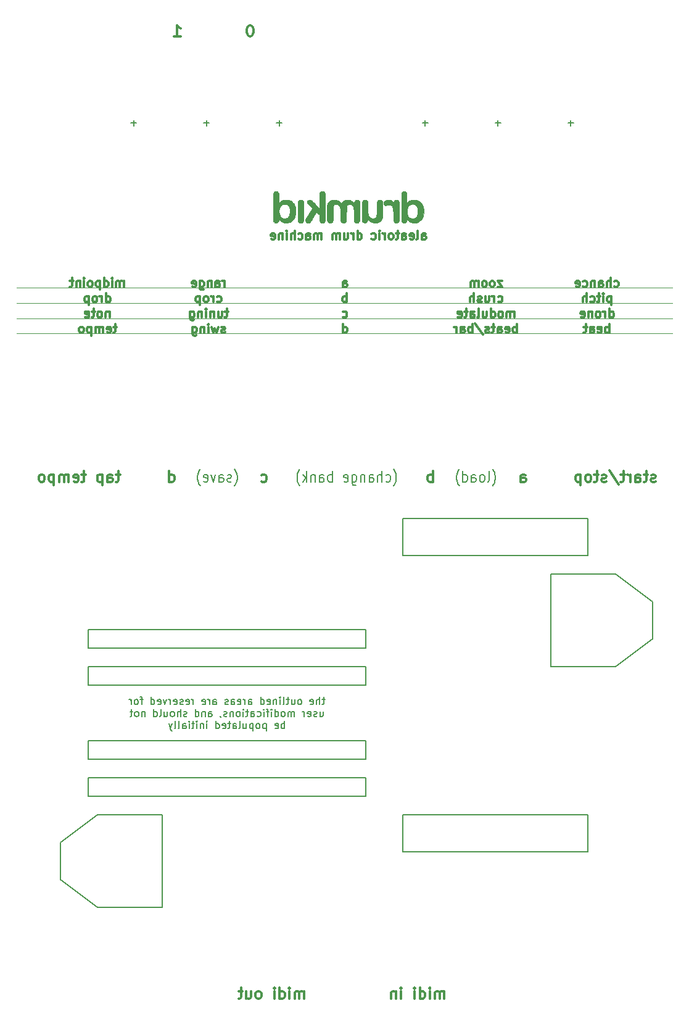
<source format=gbr>
G04 #@! TF.GenerationSoftware,KiCad,Pcbnew,(5.1.5)-3*
G04 #@! TF.CreationDate,2020-11-02T14:30:39+00:00*
G04 #@! TF.ProjectId,drumkid,6472756d-6b69-4642-9e6b-696361645f70,rev?*
G04 #@! TF.SameCoordinates,Original*
G04 #@! TF.FileFunction,Legend,Bot*
G04 #@! TF.FilePolarity,Positive*
%FSLAX46Y46*%
G04 Gerber Fmt 4.6, Leading zero omitted, Abs format (unit mm)*
G04 Created by KiCad (PCBNEW (5.1.5)-3) date 2020-11-02 14:30:39*
%MOMM*%
%LPD*%
G04 APERTURE LIST*
%ADD10C,0.150000*%
%ADD11C,0.300000*%
%ADD12C,0.100000*%
%ADD13C,0.010000*%
G04 APERTURE END LIST*
D10*
X97248571Y-127675714D02*
X96867619Y-127675714D01*
X97105714Y-127342380D02*
X97105714Y-128199523D01*
X97058095Y-128294761D01*
X96962857Y-128342380D01*
X96867619Y-128342380D01*
X96534285Y-128342380D02*
X96534285Y-127342380D01*
X96105714Y-128342380D02*
X96105714Y-127818571D01*
X96153333Y-127723333D01*
X96248571Y-127675714D01*
X96391428Y-127675714D01*
X96486666Y-127723333D01*
X96534285Y-127770952D01*
X95248571Y-128294761D02*
X95343809Y-128342380D01*
X95534285Y-128342380D01*
X95629523Y-128294761D01*
X95677142Y-128199523D01*
X95677142Y-127818571D01*
X95629523Y-127723333D01*
X95534285Y-127675714D01*
X95343809Y-127675714D01*
X95248571Y-127723333D01*
X95200952Y-127818571D01*
X95200952Y-127913809D01*
X95677142Y-128009047D01*
X93867619Y-128342380D02*
X93962857Y-128294761D01*
X94010476Y-128247142D01*
X94058095Y-128151904D01*
X94058095Y-127866190D01*
X94010476Y-127770952D01*
X93962857Y-127723333D01*
X93867619Y-127675714D01*
X93724761Y-127675714D01*
X93629523Y-127723333D01*
X93581904Y-127770952D01*
X93534285Y-127866190D01*
X93534285Y-128151904D01*
X93581904Y-128247142D01*
X93629523Y-128294761D01*
X93724761Y-128342380D01*
X93867619Y-128342380D01*
X92677142Y-127675714D02*
X92677142Y-128342380D01*
X93105714Y-127675714D02*
X93105714Y-128199523D01*
X93058095Y-128294761D01*
X92962857Y-128342380D01*
X92820000Y-128342380D01*
X92724761Y-128294761D01*
X92677142Y-128247142D01*
X92343809Y-127675714D02*
X91962857Y-127675714D01*
X92200952Y-127342380D02*
X92200952Y-128199523D01*
X92153333Y-128294761D01*
X92058095Y-128342380D01*
X91962857Y-128342380D01*
X91486666Y-128342380D02*
X91581904Y-128294761D01*
X91629523Y-128199523D01*
X91629523Y-127342380D01*
X91105714Y-128342380D02*
X91105714Y-127675714D01*
X91105714Y-127342380D02*
X91153333Y-127390000D01*
X91105714Y-127437619D01*
X91058095Y-127390000D01*
X91105714Y-127342380D01*
X91105714Y-127437619D01*
X90629523Y-127675714D02*
X90629523Y-128342380D01*
X90629523Y-127770952D02*
X90581904Y-127723333D01*
X90486666Y-127675714D01*
X90343809Y-127675714D01*
X90248571Y-127723333D01*
X90200952Y-127818571D01*
X90200952Y-128342380D01*
X89343809Y-128294761D02*
X89439047Y-128342380D01*
X89629523Y-128342380D01*
X89724761Y-128294761D01*
X89772380Y-128199523D01*
X89772380Y-127818571D01*
X89724761Y-127723333D01*
X89629523Y-127675714D01*
X89439047Y-127675714D01*
X89343809Y-127723333D01*
X89296190Y-127818571D01*
X89296190Y-127913809D01*
X89772380Y-128009047D01*
X88439047Y-128342380D02*
X88439047Y-127342380D01*
X88439047Y-128294761D02*
X88534285Y-128342380D01*
X88724761Y-128342380D01*
X88820000Y-128294761D01*
X88867619Y-128247142D01*
X88915238Y-128151904D01*
X88915238Y-127866190D01*
X88867619Y-127770952D01*
X88820000Y-127723333D01*
X88724761Y-127675714D01*
X88534285Y-127675714D01*
X88439047Y-127723333D01*
X86772380Y-128342380D02*
X86772380Y-127818571D01*
X86820000Y-127723333D01*
X86915238Y-127675714D01*
X87105714Y-127675714D01*
X87200952Y-127723333D01*
X86772380Y-128294761D02*
X86867619Y-128342380D01*
X87105714Y-128342380D01*
X87200952Y-128294761D01*
X87248571Y-128199523D01*
X87248571Y-128104285D01*
X87200952Y-128009047D01*
X87105714Y-127961428D01*
X86867619Y-127961428D01*
X86772380Y-127913809D01*
X86296190Y-128342380D02*
X86296190Y-127675714D01*
X86296190Y-127866190D02*
X86248571Y-127770952D01*
X86200952Y-127723333D01*
X86105714Y-127675714D01*
X86010476Y-127675714D01*
X85296190Y-128294761D02*
X85391428Y-128342380D01*
X85581904Y-128342380D01*
X85677142Y-128294761D01*
X85724761Y-128199523D01*
X85724761Y-127818571D01*
X85677142Y-127723333D01*
X85581904Y-127675714D01*
X85391428Y-127675714D01*
X85296190Y-127723333D01*
X85248571Y-127818571D01*
X85248571Y-127913809D01*
X85724761Y-128009047D01*
X84391428Y-128342380D02*
X84391428Y-127818571D01*
X84439047Y-127723333D01*
X84534285Y-127675714D01*
X84724761Y-127675714D01*
X84820000Y-127723333D01*
X84391428Y-128294761D02*
X84486666Y-128342380D01*
X84724761Y-128342380D01*
X84820000Y-128294761D01*
X84867619Y-128199523D01*
X84867619Y-128104285D01*
X84820000Y-128009047D01*
X84724761Y-127961428D01*
X84486666Y-127961428D01*
X84391428Y-127913809D01*
X83962857Y-128294761D02*
X83867619Y-128342380D01*
X83677142Y-128342380D01*
X83581904Y-128294761D01*
X83534285Y-128199523D01*
X83534285Y-128151904D01*
X83581904Y-128056666D01*
X83677142Y-128009047D01*
X83820000Y-128009047D01*
X83915238Y-127961428D01*
X83962857Y-127866190D01*
X83962857Y-127818571D01*
X83915238Y-127723333D01*
X83820000Y-127675714D01*
X83677142Y-127675714D01*
X83581904Y-127723333D01*
X81915238Y-128342380D02*
X81915238Y-127818571D01*
X81962857Y-127723333D01*
X82058095Y-127675714D01*
X82248571Y-127675714D01*
X82343809Y-127723333D01*
X81915238Y-128294761D02*
X82010476Y-128342380D01*
X82248571Y-128342380D01*
X82343809Y-128294761D01*
X82391428Y-128199523D01*
X82391428Y-128104285D01*
X82343809Y-128009047D01*
X82248571Y-127961428D01*
X82010476Y-127961428D01*
X81915238Y-127913809D01*
X81439047Y-128342380D02*
X81439047Y-127675714D01*
X81439047Y-127866190D02*
X81391428Y-127770952D01*
X81343809Y-127723333D01*
X81248571Y-127675714D01*
X81153333Y-127675714D01*
X80439047Y-128294761D02*
X80534285Y-128342380D01*
X80724761Y-128342380D01*
X80820000Y-128294761D01*
X80867619Y-128199523D01*
X80867619Y-127818571D01*
X80820000Y-127723333D01*
X80724761Y-127675714D01*
X80534285Y-127675714D01*
X80439047Y-127723333D01*
X80391428Y-127818571D01*
X80391428Y-127913809D01*
X80867619Y-128009047D01*
X79200952Y-128342380D02*
X79200952Y-127675714D01*
X79200952Y-127866190D02*
X79153333Y-127770952D01*
X79105714Y-127723333D01*
X79010476Y-127675714D01*
X78915238Y-127675714D01*
X78200952Y-128294761D02*
X78296190Y-128342380D01*
X78486666Y-128342380D01*
X78581904Y-128294761D01*
X78629523Y-128199523D01*
X78629523Y-127818571D01*
X78581904Y-127723333D01*
X78486666Y-127675714D01*
X78296190Y-127675714D01*
X78200952Y-127723333D01*
X78153333Y-127818571D01*
X78153333Y-127913809D01*
X78629523Y-128009047D01*
X77772380Y-128294761D02*
X77677142Y-128342380D01*
X77486666Y-128342380D01*
X77391428Y-128294761D01*
X77343809Y-128199523D01*
X77343809Y-128151904D01*
X77391428Y-128056666D01*
X77486666Y-128009047D01*
X77629523Y-128009047D01*
X77724761Y-127961428D01*
X77772380Y-127866190D01*
X77772380Y-127818571D01*
X77724761Y-127723333D01*
X77629523Y-127675714D01*
X77486666Y-127675714D01*
X77391428Y-127723333D01*
X76534285Y-128294761D02*
X76629523Y-128342380D01*
X76820000Y-128342380D01*
X76915238Y-128294761D01*
X76962857Y-128199523D01*
X76962857Y-127818571D01*
X76915238Y-127723333D01*
X76820000Y-127675714D01*
X76629523Y-127675714D01*
X76534285Y-127723333D01*
X76486666Y-127818571D01*
X76486666Y-127913809D01*
X76962857Y-128009047D01*
X76058095Y-128342380D02*
X76058095Y-127675714D01*
X76058095Y-127866190D02*
X76010476Y-127770952D01*
X75962857Y-127723333D01*
X75867619Y-127675714D01*
X75772380Y-127675714D01*
X75534285Y-127675714D02*
X75296190Y-128342380D01*
X75058095Y-127675714D01*
X74296190Y-128294761D02*
X74391428Y-128342380D01*
X74581904Y-128342380D01*
X74677142Y-128294761D01*
X74724761Y-128199523D01*
X74724761Y-127818571D01*
X74677142Y-127723333D01*
X74581904Y-127675714D01*
X74391428Y-127675714D01*
X74296190Y-127723333D01*
X74248571Y-127818571D01*
X74248571Y-127913809D01*
X74724761Y-128009047D01*
X73391428Y-128342380D02*
X73391428Y-127342380D01*
X73391428Y-128294761D02*
X73486666Y-128342380D01*
X73677142Y-128342380D01*
X73772380Y-128294761D01*
X73820000Y-128247142D01*
X73867619Y-128151904D01*
X73867619Y-127866190D01*
X73820000Y-127770952D01*
X73772380Y-127723333D01*
X73677142Y-127675714D01*
X73486666Y-127675714D01*
X73391428Y-127723333D01*
X72296190Y-127675714D02*
X71915238Y-127675714D01*
X72153333Y-128342380D02*
X72153333Y-127485238D01*
X72105714Y-127390000D01*
X72010476Y-127342380D01*
X71915238Y-127342380D01*
X71439047Y-128342380D02*
X71534285Y-128294761D01*
X71581904Y-128247142D01*
X71629523Y-128151904D01*
X71629523Y-127866190D01*
X71581904Y-127770952D01*
X71534285Y-127723333D01*
X71439047Y-127675714D01*
X71296190Y-127675714D01*
X71200952Y-127723333D01*
X71153333Y-127770952D01*
X71105714Y-127866190D01*
X71105714Y-128151904D01*
X71153333Y-128247142D01*
X71200952Y-128294761D01*
X71296190Y-128342380D01*
X71439047Y-128342380D01*
X70677142Y-128342380D02*
X70677142Y-127675714D01*
X70677142Y-127866190D02*
X70629523Y-127770952D01*
X70581904Y-127723333D01*
X70486666Y-127675714D01*
X70391428Y-127675714D01*
X96581904Y-129325714D02*
X96581904Y-129992380D01*
X97010476Y-129325714D02*
X97010476Y-129849523D01*
X96962857Y-129944761D01*
X96867619Y-129992380D01*
X96724761Y-129992380D01*
X96629523Y-129944761D01*
X96581904Y-129897142D01*
X96153333Y-129944761D02*
X96058095Y-129992380D01*
X95867619Y-129992380D01*
X95772380Y-129944761D01*
X95724761Y-129849523D01*
X95724761Y-129801904D01*
X95772380Y-129706666D01*
X95867619Y-129659047D01*
X96010476Y-129659047D01*
X96105714Y-129611428D01*
X96153333Y-129516190D01*
X96153333Y-129468571D01*
X96105714Y-129373333D01*
X96010476Y-129325714D01*
X95867619Y-129325714D01*
X95772380Y-129373333D01*
X94915238Y-129944761D02*
X95010476Y-129992380D01*
X95200952Y-129992380D01*
X95296190Y-129944761D01*
X95343809Y-129849523D01*
X95343809Y-129468571D01*
X95296190Y-129373333D01*
X95200952Y-129325714D01*
X95010476Y-129325714D01*
X94915238Y-129373333D01*
X94867619Y-129468571D01*
X94867619Y-129563809D01*
X95343809Y-129659047D01*
X94439047Y-129992380D02*
X94439047Y-129325714D01*
X94439047Y-129516190D02*
X94391428Y-129420952D01*
X94343809Y-129373333D01*
X94248571Y-129325714D01*
X94153333Y-129325714D01*
X93058095Y-129992380D02*
X93058095Y-129325714D01*
X93058095Y-129420952D02*
X93010476Y-129373333D01*
X92915238Y-129325714D01*
X92772380Y-129325714D01*
X92677142Y-129373333D01*
X92629523Y-129468571D01*
X92629523Y-129992380D01*
X92629523Y-129468571D02*
X92581904Y-129373333D01*
X92486666Y-129325714D01*
X92343809Y-129325714D01*
X92248571Y-129373333D01*
X92200952Y-129468571D01*
X92200952Y-129992380D01*
X91581904Y-129992380D02*
X91677142Y-129944761D01*
X91724761Y-129897142D01*
X91772380Y-129801904D01*
X91772380Y-129516190D01*
X91724761Y-129420952D01*
X91677142Y-129373333D01*
X91581904Y-129325714D01*
X91439047Y-129325714D01*
X91343809Y-129373333D01*
X91296190Y-129420952D01*
X91248571Y-129516190D01*
X91248571Y-129801904D01*
X91296190Y-129897142D01*
X91343809Y-129944761D01*
X91439047Y-129992380D01*
X91581904Y-129992380D01*
X90391428Y-129992380D02*
X90391428Y-128992380D01*
X90391428Y-129944761D02*
X90486666Y-129992380D01*
X90677142Y-129992380D01*
X90772380Y-129944761D01*
X90820000Y-129897142D01*
X90867619Y-129801904D01*
X90867619Y-129516190D01*
X90820000Y-129420952D01*
X90772380Y-129373333D01*
X90677142Y-129325714D01*
X90486666Y-129325714D01*
X90391428Y-129373333D01*
X89915238Y-129992380D02*
X89915238Y-129325714D01*
X89915238Y-128992380D02*
X89962857Y-129040000D01*
X89915238Y-129087619D01*
X89867619Y-129040000D01*
X89915238Y-128992380D01*
X89915238Y-129087619D01*
X89581904Y-129325714D02*
X89200952Y-129325714D01*
X89439047Y-129992380D02*
X89439047Y-129135238D01*
X89391428Y-129040000D01*
X89296190Y-128992380D01*
X89200952Y-128992380D01*
X88867619Y-129992380D02*
X88867619Y-129325714D01*
X88867619Y-128992380D02*
X88915238Y-129040000D01*
X88867619Y-129087619D01*
X88820000Y-129040000D01*
X88867619Y-128992380D01*
X88867619Y-129087619D01*
X87962857Y-129944761D02*
X88058095Y-129992380D01*
X88248571Y-129992380D01*
X88343809Y-129944761D01*
X88391428Y-129897142D01*
X88439047Y-129801904D01*
X88439047Y-129516190D01*
X88391428Y-129420952D01*
X88343809Y-129373333D01*
X88248571Y-129325714D01*
X88058095Y-129325714D01*
X87962857Y-129373333D01*
X87105714Y-129992380D02*
X87105714Y-129468571D01*
X87153333Y-129373333D01*
X87248571Y-129325714D01*
X87439047Y-129325714D01*
X87534285Y-129373333D01*
X87105714Y-129944761D02*
X87200952Y-129992380D01*
X87439047Y-129992380D01*
X87534285Y-129944761D01*
X87581904Y-129849523D01*
X87581904Y-129754285D01*
X87534285Y-129659047D01*
X87439047Y-129611428D01*
X87200952Y-129611428D01*
X87105714Y-129563809D01*
X86772380Y-129325714D02*
X86391428Y-129325714D01*
X86629523Y-128992380D02*
X86629523Y-129849523D01*
X86581904Y-129944761D01*
X86486666Y-129992380D01*
X86391428Y-129992380D01*
X86058095Y-129992380D02*
X86058095Y-129325714D01*
X86058095Y-128992380D02*
X86105714Y-129040000D01*
X86058095Y-129087619D01*
X86010476Y-129040000D01*
X86058095Y-128992380D01*
X86058095Y-129087619D01*
X85439047Y-129992380D02*
X85534285Y-129944761D01*
X85581904Y-129897142D01*
X85629523Y-129801904D01*
X85629523Y-129516190D01*
X85581904Y-129420952D01*
X85534285Y-129373333D01*
X85439047Y-129325714D01*
X85296190Y-129325714D01*
X85200952Y-129373333D01*
X85153333Y-129420952D01*
X85105714Y-129516190D01*
X85105714Y-129801904D01*
X85153333Y-129897142D01*
X85200952Y-129944761D01*
X85296190Y-129992380D01*
X85439047Y-129992380D01*
X84677142Y-129325714D02*
X84677142Y-129992380D01*
X84677142Y-129420952D02*
X84629523Y-129373333D01*
X84534285Y-129325714D01*
X84391428Y-129325714D01*
X84296190Y-129373333D01*
X84248571Y-129468571D01*
X84248571Y-129992380D01*
X83820000Y-129944761D02*
X83724761Y-129992380D01*
X83534285Y-129992380D01*
X83439047Y-129944761D01*
X83391428Y-129849523D01*
X83391428Y-129801904D01*
X83439047Y-129706666D01*
X83534285Y-129659047D01*
X83677142Y-129659047D01*
X83772380Y-129611428D01*
X83820000Y-129516190D01*
X83820000Y-129468571D01*
X83772380Y-129373333D01*
X83677142Y-129325714D01*
X83534285Y-129325714D01*
X83439047Y-129373333D01*
X82915238Y-129944761D02*
X82915238Y-129992380D01*
X82962857Y-130087619D01*
X83010476Y-130135238D01*
X81296190Y-129992380D02*
X81296190Y-129468571D01*
X81343809Y-129373333D01*
X81439047Y-129325714D01*
X81629523Y-129325714D01*
X81724761Y-129373333D01*
X81296190Y-129944761D02*
X81391428Y-129992380D01*
X81629523Y-129992380D01*
X81724761Y-129944761D01*
X81772380Y-129849523D01*
X81772380Y-129754285D01*
X81724761Y-129659047D01*
X81629523Y-129611428D01*
X81391428Y-129611428D01*
X81296190Y-129563809D01*
X80820000Y-129325714D02*
X80820000Y-129992380D01*
X80820000Y-129420952D02*
X80772380Y-129373333D01*
X80677142Y-129325714D01*
X80534285Y-129325714D01*
X80439047Y-129373333D01*
X80391428Y-129468571D01*
X80391428Y-129992380D01*
X79486666Y-129992380D02*
X79486666Y-128992380D01*
X79486666Y-129944761D02*
X79581904Y-129992380D01*
X79772380Y-129992380D01*
X79867619Y-129944761D01*
X79915238Y-129897142D01*
X79962857Y-129801904D01*
X79962857Y-129516190D01*
X79915238Y-129420952D01*
X79867619Y-129373333D01*
X79772380Y-129325714D01*
X79581904Y-129325714D01*
X79486666Y-129373333D01*
X78296190Y-129944761D02*
X78200952Y-129992380D01*
X78010476Y-129992380D01*
X77915238Y-129944761D01*
X77867619Y-129849523D01*
X77867619Y-129801904D01*
X77915238Y-129706666D01*
X78010476Y-129659047D01*
X78153333Y-129659047D01*
X78248571Y-129611428D01*
X78296190Y-129516190D01*
X78296190Y-129468571D01*
X78248571Y-129373333D01*
X78153333Y-129325714D01*
X78010476Y-129325714D01*
X77915238Y-129373333D01*
X77439047Y-129992380D02*
X77439047Y-128992380D01*
X77010476Y-129992380D02*
X77010476Y-129468571D01*
X77058095Y-129373333D01*
X77153333Y-129325714D01*
X77296190Y-129325714D01*
X77391428Y-129373333D01*
X77439047Y-129420952D01*
X76391428Y-129992380D02*
X76486666Y-129944761D01*
X76534285Y-129897142D01*
X76581904Y-129801904D01*
X76581904Y-129516190D01*
X76534285Y-129420952D01*
X76486666Y-129373333D01*
X76391428Y-129325714D01*
X76248571Y-129325714D01*
X76153333Y-129373333D01*
X76105714Y-129420952D01*
X76058095Y-129516190D01*
X76058095Y-129801904D01*
X76105714Y-129897142D01*
X76153333Y-129944761D01*
X76248571Y-129992380D01*
X76391428Y-129992380D01*
X75200952Y-129325714D02*
X75200952Y-129992380D01*
X75629523Y-129325714D02*
X75629523Y-129849523D01*
X75581904Y-129944761D01*
X75486666Y-129992380D01*
X75343809Y-129992380D01*
X75248571Y-129944761D01*
X75200952Y-129897142D01*
X74581904Y-129992380D02*
X74677142Y-129944761D01*
X74724761Y-129849523D01*
X74724761Y-128992380D01*
X73772380Y-129992380D02*
X73772380Y-128992380D01*
X73772380Y-129944761D02*
X73867619Y-129992380D01*
X74058095Y-129992380D01*
X74153333Y-129944761D01*
X74200952Y-129897142D01*
X74248571Y-129801904D01*
X74248571Y-129516190D01*
X74200952Y-129420952D01*
X74153333Y-129373333D01*
X74058095Y-129325714D01*
X73867619Y-129325714D01*
X73772380Y-129373333D01*
X72534285Y-129325714D02*
X72534285Y-129992380D01*
X72534285Y-129420952D02*
X72486666Y-129373333D01*
X72391428Y-129325714D01*
X72248571Y-129325714D01*
X72153333Y-129373333D01*
X72105714Y-129468571D01*
X72105714Y-129992380D01*
X71486666Y-129992380D02*
X71581904Y-129944761D01*
X71629523Y-129897142D01*
X71677142Y-129801904D01*
X71677142Y-129516190D01*
X71629523Y-129420952D01*
X71581904Y-129373333D01*
X71486666Y-129325714D01*
X71343809Y-129325714D01*
X71248571Y-129373333D01*
X71200952Y-129420952D01*
X71153333Y-129516190D01*
X71153333Y-129801904D01*
X71200952Y-129897142D01*
X71248571Y-129944761D01*
X71343809Y-129992380D01*
X71486666Y-129992380D01*
X70867619Y-129325714D02*
X70486666Y-129325714D01*
X70724761Y-128992380D02*
X70724761Y-129849523D01*
X70677142Y-129944761D01*
X70581904Y-129992380D01*
X70486666Y-129992380D01*
X91724761Y-131642380D02*
X91724761Y-130642380D01*
X91724761Y-131023333D02*
X91629523Y-130975714D01*
X91439047Y-130975714D01*
X91343809Y-131023333D01*
X91296190Y-131070952D01*
X91248571Y-131166190D01*
X91248571Y-131451904D01*
X91296190Y-131547142D01*
X91343809Y-131594761D01*
X91439047Y-131642380D01*
X91629523Y-131642380D01*
X91724761Y-131594761D01*
X90439047Y-131594761D02*
X90534285Y-131642380D01*
X90724761Y-131642380D01*
X90820000Y-131594761D01*
X90867619Y-131499523D01*
X90867619Y-131118571D01*
X90820000Y-131023333D01*
X90724761Y-130975714D01*
X90534285Y-130975714D01*
X90439047Y-131023333D01*
X90391428Y-131118571D01*
X90391428Y-131213809D01*
X90867619Y-131309047D01*
X89200952Y-130975714D02*
X89200952Y-131975714D01*
X89200952Y-131023333D02*
X89105714Y-130975714D01*
X88915238Y-130975714D01*
X88820000Y-131023333D01*
X88772380Y-131070952D01*
X88724761Y-131166190D01*
X88724761Y-131451904D01*
X88772380Y-131547142D01*
X88820000Y-131594761D01*
X88915238Y-131642380D01*
X89105714Y-131642380D01*
X89200952Y-131594761D01*
X88153333Y-131642380D02*
X88248571Y-131594761D01*
X88296190Y-131547142D01*
X88343809Y-131451904D01*
X88343809Y-131166190D01*
X88296190Y-131070952D01*
X88248571Y-131023333D01*
X88153333Y-130975714D01*
X88010476Y-130975714D01*
X87915238Y-131023333D01*
X87867619Y-131070952D01*
X87820000Y-131166190D01*
X87820000Y-131451904D01*
X87867619Y-131547142D01*
X87915238Y-131594761D01*
X88010476Y-131642380D01*
X88153333Y-131642380D01*
X87391428Y-130975714D02*
X87391428Y-131975714D01*
X87391428Y-131023333D02*
X87296190Y-130975714D01*
X87105714Y-130975714D01*
X87010476Y-131023333D01*
X86962857Y-131070952D01*
X86915238Y-131166190D01*
X86915238Y-131451904D01*
X86962857Y-131547142D01*
X87010476Y-131594761D01*
X87105714Y-131642380D01*
X87296190Y-131642380D01*
X87391428Y-131594761D01*
X86058095Y-130975714D02*
X86058095Y-131642380D01*
X86486666Y-130975714D02*
X86486666Y-131499523D01*
X86439047Y-131594761D01*
X86343809Y-131642380D01*
X86200952Y-131642380D01*
X86105714Y-131594761D01*
X86058095Y-131547142D01*
X85439047Y-131642380D02*
X85534285Y-131594761D01*
X85581904Y-131499523D01*
X85581904Y-130642380D01*
X84629523Y-131642380D02*
X84629523Y-131118571D01*
X84677142Y-131023333D01*
X84772380Y-130975714D01*
X84962857Y-130975714D01*
X85058095Y-131023333D01*
X84629523Y-131594761D02*
X84724761Y-131642380D01*
X84962857Y-131642380D01*
X85058095Y-131594761D01*
X85105714Y-131499523D01*
X85105714Y-131404285D01*
X85058095Y-131309047D01*
X84962857Y-131261428D01*
X84724761Y-131261428D01*
X84629523Y-131213809D01*
X84296190Y-130975714D02*
X83915238Y-130975714D01*
X84153333Y-130642380D02*
X84153333Y-131499523D01*
X84105714Y-131594761D01*
X84010476Y-131642380D01*
X83915238Y-131642380D01*
X83200952Y-131594761D02*
X83296190Y-131642380D01*
X83486666Y-131642380D01*
X83581904Y-131594761D01*
X83629523Y-131499523D01*
X83629523Y-131118571D01*
X83581904Y-131023333D01*
X83486666Y-130975714D01*
X83296190Y-130975714D01*
X83200952Y-131023333D01*
X83153333Y-131118571D01*
X83153333Y-131213809D01*
X83629523Y-131309047D01*
X82296190Y-131642380D02*
X82296190Y-130642380D01*
X82296190Y-131594761D02*
X82391428Y-131642380D01*
X82581904Y-131642380D01*
X82677142Y-131594761D01*
X82724761Y-131547142D01*
X82772380Y-131451904D01*
X82772380Y-131166190D01*
X82724761Y-131070952D01*
X82677142Y-131023333D01*
X82581904Y-130975714D01*
X82391428Y-130975714D01*
X82296190Y-131023333D01*
X81058095Y-131642380D02*
X81058095Y-130975714D01*
X81058095Y-130642380D02*
X81105714Y-130690000D01*
X81058095Y-130737619D01*
X81010476Y-130690000D01*
X81058095Y-130642380D01*
X81058095Y-130737619D01*
X80581904Y-130975714D02*
X80581904Y-131642380D01*
X80581904Y-131070952D02*
X80534285Y-131023333D01*
X80439047Y-130975714D01*
X80296190Y-130975714D01*
X80200952Y-131023333D01*
X80153333Y-131118571D01*
X80153333Y-131642380D01*
X79677142Y-131642380D02*
X79677142Y-130975714D01*
X79677142Y-130642380D02*
X79724761Y-130690000D01*
X79677142Y-130737619D01*
X79629523Y-130690000D01*
X79677142Y-130642380D01*
X79677142Y-130737619D01*
X79343809Y-130975714D02*
X78962857Y-130975714D01*
X79200952Y-130642380D02*
X79200952Y-131499523D01*
X79153333Y-131594761D01*
X79058095Y-131642380D01*
X78962857Y-131642380D01*
X78629523Y-131642380D02*
X78629523Y-130975714D01*
X78629523Y-130642380D02*
X78677142Y-130690000D01*
X78629523Y-130737619D01*
X78581904Y-130690000D01*
X78629523Y-130642380D01*
X78629523Y-130737619D01*
X77724761Y-131642380D02*
X77724761Y-131118571D01*
X77772380Y-131023333D01*
X77867619Y-130975714D01*
X78058095Y-130975714D01*
X78153333Y-131023333D01*
X77724761Y-131594761D02*
X77820000Y-131642380D01*
X78058095Y-131642380D01*
X78153333Y-131594761D01*
X78200952Y-131499523D01*
X78200952Y-131404285D01*
X78153333Y-131309047D01*
X78058095Y-131261428D01*
X77820000Y-131261428D01*
X77724761Y-131213809D01*
X77105714Y-131642380D02*
X77200952Y-131594761D01*
X77248571Y-131499523D01*
X77248571Y-130642380D01*
X76581904Y-131642380D02*
X76677142Y-131594761D01*
X76724761Y-131499523D01*
X76724761Y-130642380D01*
X76296190Y-130975714D02*
X76058095Y-131642380D01*
X75820000Y-130975714D02*
X76058095Y-131642380D01*
X76153333Y-131880476D01*
X76200952Y-131928095D01*
X76296190Y-131975714D01*
X107950000Y-102870000D02*
X133350000Y-102870000D01*
X107950000Y-107950000D02*
X107950000Y-102870000D01*
X133350000Y-107950000D02*
X107950000Y-107950000D01*
X133350000Y-102870000D02*
X133350000Y-107950000D01*
X107950000Y-143510000D02*
X133350000Y-143510000D01*
X107950000Y-148590000D02*
X107950000Y-143510000D01*
X133350000Y-148590000D02*
X107950000Y-148590000D01*
X133350000Y-143510000D02*
X133350000Y-148590000D01*
X128270000Y-110490000D02*
X128270000Y-123190000D01*
X137160000Y-110490000D02*
X128270000Y-110490000D01*
X142240000Y-114300000D02*
X137160000Y-110490000D01*
X142240000Y-119380000D02*
X142240000Y-114300000D01*
X137160000Y-123190000D02*
X142240000Y-119380000D01*
X128270000Y-123190000D02*
X137160000Y-123190000D01*
X74930000Y-143510000D02*
X74930000Y-156210000D01*
X66040000Y-143510000D02*
X74930000Y-143510000D01*
X60960000Y-147320000D02*
X66040000Y-143510000D01*
X60960000Y-152400000D02*
X60960000Y-147320000D01*
X66040000Y-156210000D02*
X60960000Y-152400000D01*
X74930000Y-156210000D02*
X66040000Y-156210000D01*
X64770000Y-123190000D02*
X102870000Y-123190000D01*
X64770000Y-125730000D02*
X64770000Y-123190000D01*
X102870000Y-125730000D02*
X64770000Y-125730000D01*
X102870000Y-123190000D02*
X102870000Y-125730000D01*
X64770000Y-118110000D02*
X102870000Y-118110000D01*
X64770000Y-120650000D02*
X64770000Y-118110000D01*
X102870000Y-120650000D02*
X64770000Y-120650000D01*
X102870000Y-118110000D02*
X102870000Y-120650000D01*
X64770000Y-138430000D02*
X102870000Y-138430000D01*
X64770000Y-140970000D02*
X64770000Y-138430000D01*
X102870000Y-140970000D02*
X64770000Y-140970000D01*
X102870000Y-138430000D02*
X102870000Y-140970000D01*
X102870000Y-135890000D02*
X102870000Y-133350000D01*
X64770000Y-135890000D02*
X102870000Y-135890000D01*
X64770000Y-133350000D02*
X64770000Y-135890000D01*
X102870000Y-133350000D02*
X64770000Y-133350000D01*
X110619047Y-48571428D02*
X111380952Y-48571428D01*
X111000000Y-48952380D02*
X111000000Y-48190476D01*
X130619047Y-48571428D02*
X131380952Y-48571428D01*
X131000000Y-48952380D02*
X131000000Y-48190476D01*
X90619047Y-48571428D02*
X91380952Y-48571428D01*
X91000000Y-48952380D02*
X91000000Y-48190476D01*
X80619047Y-48571428D02*
X81380952Y-48571428D01*
X81000000Y-48952380D02*
X81000000Y-48190476D01*
X120619047Y-48571428D02*
X121380952Y-48571428D01*
X121000000Y-48952380D02*
X121000000Y-48190476D01*
X70619047Y-48571428D02*
X71380952Y-48571428D01*
X71000000Y-48952380D02*
X71000000Y-48190476D01*
D11*
X142660000Y-97727142D02*
X142517142Y-97798571D01*
X142231428Y-97798571D01*
X142088571Y-97727142D01*
X142017142Y-97584285D01*
X142017142Y-97512857D01*
X142088571Y-97370000D01*
X142231428Y-97298571D01*
X142445714Y-97298571D01*
X142588571Y-97227142D01*
X142660000Y-97084285D01*
X142660000Y-97012857D01*
X142588571Y-96870000D01*
X142445714Y-96798571D01*
X142231428Y-96798571D01*
X142088571Y-96870000D01*
X141588571Y-96798571D02*
X141017142Y-96798571D01*
X141374285Y-96298571D02*
X141374285Y-97584285D01*
X141302857Y-97727142D01*
X141160000Y-97798571D01*
X141017142Y-97798571D01*
X139874285Y-97798571D02*
X139874285Y-97012857D01*
X139945714Y-96870000D01*
X140088571Y-96798571D01*
X140374285Y-96798571D01*
X140517142Y-96870000D01*
X139874285Y-97727142D02*
X140017142Y-97798571D01*
X140374285Y-97798571D01*
X140517142Y-97727142D01*
X140588571Y-97584285D01*
X140588571Y-97441428D01*
X140517142Y-97298571D01*
X140374285Y-97227142D01*
X140017142Y-97227142D01*
X139874285Y-97155714D01*
X139160000Y-97798571D02*
X139160000Y-96798571D01*
X139160000Y-97084285D02*
X139088571Y-96941428D01*
X139017142Y-96870000D01*
X138874285Y-96798571D01*
X138731428Y-96798571D01*
X138445714Y-96798571D02*
X137874285Y-96798571D01*
X138231428Y-96298571D02*
X138231428Y-97584285D01*
X138160000Y-97727142D01*
X138017142Y-97798571D01*
X137874285Y-97798571D01*
X136302857Y-96227142D02*
X137588571Y-98155714D01*
X135874285Y-97727142D02*
X135731428Y-97798571D01*
X135445714Y-97798571D01*
X135302857Y-97727142D01*
X135231428Y-97584285D01*
X135231428Y-97512857D01*
X135302857Y-97370000D01*
X135445714Y-97298571D01*
X135660000Y-97298571D01*
X135802857Y-97227142D01*
X135874285Y-97084285D01*
X135874285Y-97012857D01*
X135802857Y-96870000D01*
X135660000Y-96798571D01*
X135445714Y-96798571D01*
X135302857Y-96870000D01*
X134802857Y-96798571D02*
X134231428Y-96798571D01*
X134588571Y-96298571D02*
X134588571Y-97584285D01*
X134517142Y-97727142D01*
X134374285Y-97798571D01*
X134231428Y-97798571D01*
X133517142Y-97798571D02*
X133660000Y-97727142D01*
X133731428Y-97655714D01*
X133802857Y-97512857D01*
X133802857Y-97084285D01*
X133731428Y-96941428D01*
X133660000Y-96870000D01*
X133517142Y-96798571D01*
X133302857Y-96798571D01*
X133160000Y-96870000D01*
X133088571Y-96941428D01*
X133017142Y-97084285D01*
X133017142Y-97512857D01*
X133088571Y-97655714D01*
X133160000Y-97727142D01*
X133302857Y-97798571D01*
X133517142Y-97798571D01*
X132374285Y-96798571D02*
X132374285Y-98298571D01*
X132374285Y-96870000D02*
X132231428Y-96798571D01*
X131945714Y-96798571D01*
X131802857Y-96870000D01*
X131731428Y-96941428D01*
X131660000Y-97084285D01*
X131660000Y-97512857D01*
X131731428Y-97655714D01*
X131802857Y-97727142D01*
X131945714Y-97798571D01*
X132231428Y-97798571D01*
X132374285Y-97727142D01*
D10*
X106688095Y-98370000D02*
X106750000Y-98298571D01*
X106873809Y-98084285D01*
X106935714Y-97941428D01*
X106997619Y-97727142D01*
X107059523Y-97370000D01*
X107059523Y-97084285D01*
X106997619Y-96727142D01*
X106935714Y-96512857D01*
X106873809Y-96370000D01*
X106750000Y-96155714D01*
X106688095Y-96084285D01*
X105635714Y-97727142D02*
X105759523Y-97798571D01*
X106007142Y-97798571D01*
X106130952Y-97727142D01*
X106192857Y-97655714D01*
X106254761Y-97512857D01*
X106254761Y-97084285D01*
X106192857Y-96941428D01*
X106130952Y-96870000D01*
X106007142Y-96798571D01*
X105759523Y-96798571D01*
X105635714Y-96870000D01*
X105078571Y-97798571D02*
X105078571Y-96298571D01*
X104521428Y-97798571D02*
X104521428Y-97012857D01*
X104583333Y-96870000D01*
X104707142Y-96798571D01*
X104892857Y-96798571D01*
X105016666Y-96870000D01*
X105078571Y-96941428D01*
X103345238Y-97798571D02*
X103345238Y-97012857D01*
X103407142Y-96870000D01*
X103530952Y-96798571D01*
X103778571Y-96798571D01*
X103902380Y-96870000D01*
X103345238Y-97727142D02*
X103469047Y-97798571D01*
X103778571Y-97798571D01*
X103902380Y-97727142D01*
X103964285Y-97584285D01*
X103964285Y-97441428D01*
X103902380Y-97298571D01*
X103778571Y-97227142D01*
X103469047Y-97227142D01*
X103345238Y-97155714D01*
X102726190Y-96798571D02*
X102726190Y-97798571D01*
X102726190Y-96941428D02*
X102664285Y-96870000D01*
X102540476Y-96798571D01*
X102354761Y-96798571D01*
X102230952Y-96870000D01*
X102169047Y-97012857D01*
X102169047Y-97798571D01*
X100992857Y-96798571D02*
X100992857Y-98012857D01*
X101054761Y-98155714D01*
X101116666Y-98227142D01*
X101240476Y-98298571D01*
X101426190Y-98298571D01*
X101550000Y-98227142D01*
X100992857Y-97727142D02*
X101116666Y-97798571D01*
X101364285Y-97798571D01*
X101488095Y-97727142D01*
X101550000Y-97655714D01*
X101611904Y-97512857D01*
X101611904Y-97084285D01*
X101550000Y-96941428D01*
X101488095Y-96870000D01*
X101364285Y-96798571D01*
X101116666Y-96798571D01*
X100992857Y-96870000D01*
X99878571Y-97727142D02*
X100002380Y-97798571D01*
X100250000Y-97798571D01*
X100373809Y-97727142D01*
X100435714Y-97584285D01*
X100435714Y-97012857D01*
X100373809Y-96870000D01*
X100250000Y-96798571D01*
X100002380Y-96798571D01*
X99878571Y-96870000D01*
X99816666Y-97012857D01*
X99816666Y-97155714D01*
X100435714Y-97298571D01*
X98269047Y-97798571D02*
X98269047Y-96298571D01*
X98269047Y-96870000D02*
X98145238Y-96798571D01*
X97897619Y-96798571D01*
X97773809Y-96870000D01*
X97711904Y-96941428D01*
X97650000Y-97084285D01*
X97650000Y-97512857D01*
X97711904Y-97655714D01*
X97773809Y-97727142D01*
X97897619Y-97798571D01*
X98145238Y-97798571D01*
X98269047Y-97727142D01*
X96535714Y-97798571D02*
X96535714Y-97012857D01*
X96597619Y-96870000D01*
X96721428Y-96798571D01*
X96969047Y-96798571D01*
X97092857Y-96870000D01*
X96535714Y-97727142D02*
X96659523Y-97798571D01*
X96969047Y-97798571D01*
X97092857Y-97727142D01*
X97154761Y-97584285D01*
X97154761Y-97441428D01*
X97092857Y-97298571D01*
X96969047Y-97227142D01*
X96659523Y-97227142D01*
X96535714Y-97155714D01*
X95916666Y-96798571D02*
X95916666Y-97798571D01*
X95916666Y-96941428D02*
X95854761Y-96870000D01*
X95730952Y-96798571D01*
X95545238Y-96798571D01*
X95421428Y-96870000D01*
X95359523Y-97012857D01*
X95359523Y-97798571D01*
X94740476Y-97798571D02*
X94740476Y-96298571D01*
X94616666Y-97227142D02*
X94245238Y-97798571D01*
X94245238Y-96798571D02*
X94740476Y-97370000D01*
X93811904Y-98370000D02*
X93750000Y-98298571D01*
X93626190Y-98084285D01*
X93564285Y-97941428D01*
X93502380Y-97727142D01*
X93440476Y-97370000D01*
X93440476Y-97084285D01*
X93502380Y-96727142D01*
X93564285Y-96512857D01*
X93626190Y-96370000D01*
X93750000Y-96155714D01*
X93811904Y-96084285D01*
X84852380Y-98370000D02*
X84914285Y-98298571D01*
X85038095Y-98084285D01*
X85100000Y-97941428D01*
X85161904Y-97727142D01*
X85223809Y-97370000D01*
X85223809Y-97084285D01*
X85161904Y-96727142D01*
X85100000Y-96512857D01*
X85038095Y-96370000D01*
X84914285Y-96155714D01*
X84852380Y-96084285D01*
X84419047Y-97727142D02*
X84295238Y-97798571D01*
X84047619Y-97798571D01*
X83923809Y-97727142D01*
X83861904Y-97584285D01*
X83861904Y-97512857D01*
X83923809Y-97370000D01*
X84047619Y-97298571D01*
X84233333Y-97298571D01*
X84357142Y-97227142D01*
X84419047Y-97084285D01*
X84419047Y-97012857D01*
X84357142Y-96870000D01*
X84233333Y-96798571D01*
X84047619Y-96798571D01*
X83923809Y-96870000D01*
X82747619Y-97798571D02*
X82747619Y-97012857D01*
X82809523Y-96870000D01*
X82933333Y-96798571D01*
X83180952Y-96798571D01*
X83304761Y-96870000D01*
X82747619Y-97727142D02*
X82871428Y-97798571D01*
X83180952Y-97798571D01*
X83304761Y-97727142D01*
X83366666Y-97584285D01*
X83366666Y-97441428D01*
X83304761Y-97298571D01*
X83180952Y-97227142D01*
X82871428Y-97227142D01*
X82747619Y-97155714D01*
X82252380Y-96798571D02*
X81942857Y-97798571D01*
X81633333Y-96798571D01*
X80642857Y-97727142D02*
X80766666Y-97798571D01*
X81014285Y-97798571D01*
X81138095Y-97727142D01*
X81200000Y-97584285D01*
X81200000Y-97012857D01*
X81138095Y-96870000D01*
X81014285Y-96798571D01*
X80766666Y-96798571D01*
X80642857Y-96870000D01*
X80580952Y-97012857D01*
X80580952Y-97155714D01*
X81200000Y-97298571D01*
X80147619Y-98370000D02*
X80085714Y-98298571D01*
X79961904Y-98084285D01*
X79900000Y-97941428D01*
X79838095Y-97727142D01*
X79776190Y-97370000D01*
X79776190Y-97084285D01*
X79838095Y-96727142D01*
X79900000Y-96512857D01*
X79961904Y-96370000D01*
X80085714Y-96155714D01*
X80147619Y-96084285D01*
X120290476Y-98370000D02*
X120352380Y-98298571D01*
X120476190Y-98084285D01*
X120538095Y-97941428D01*
X120600000Y-97727142D01*
X120661904Y-97370000D01*
X120661904Y-97084285D01*
X120600000Y-96727142D01*
X120538095Y-96512857D01*
X120476190Y-96370000D01*
X120352380Y-96155714D01*
X120290476Y-96084285D01*
X119609523Y-97798571D02*
X119733333Y-97727142D01*
X119795238Y-97584285D01*
X119795238Y-96298571D01*
X118928571Y-97798571D02*
X119052380Y-97727142D01*
X119114285Y-97655714D01*
X119176190Y-97512857D01*
X119176190Y-97084285D01*
X119114285Y-96941428D01*
X119052380Y-96870000D01*
X118928571Y-96798571D01*
X118742857Y-96798571D01*
X118619047Y-96870000D01*
X118557142Y-96941428D01*
X118495238Y-97084285D01*
X118495238Y-97512857D01*
X118557142Y-97655714D01*
X118619047Y-97727142D01*
X118742857Y-97798571D01*
X118928571Y-97798571D01*
X117380952Y-97798571D02*
X117380952Y-97012857D01*
X117442857Y-96870000D01*
X117566666Y-96798571D01*
X117814285Y-96798571D01*
X117938095Y-96870000D01*
X117380952Y-97727142D02*
X117504761Y-97798571D01*
X117814285Y-97798571D01*
X117938095Y-97727142D01*
X118000000Y-97584285D01*
X118000000Y-97441428D01*
X117938095Y-97298571D01*
X117814285Y-97227142D01*
X117504761Y-97227142D01*
X117380952Y-97155714D01*
X116204761Y-97798571D02*
X116204761Y-96298571D01*
X116204761Y-97727142D02*
X116328571Y-97798571D01*
X116576190Y-97798571D01*
X116700000Y-97727142D01*
X116761904Y-97655714D01*
X116823809Y-97512857D01*
X116823809Y-97084285D01*
X116761904Y-96941428D01*
X116700000Y-96870000D01*
X116576190Y-96798571D01*
X116328571Y-96798571D01*
X116204761Y-96870000D01*
X115709523Y-98370000D02*
X115647619Y-98298571D01*
X115523809Y-98084285D01*
X115461904Y-97941428D01*
X115400000Y-97727142D01*
X115338095Y-97370000D01*
X115338095Y-97084285D01*
X115400000Y-96727142D01*
X115461904Y-96512857D01*
X115523809Y-96370000D01*
X115647619Y-96155714D01*
X115709523Y-96084285D01*
D11*
X99742857Y-71052857D02*
X99742857Y-70424285D01*
X99800000Y-70310000D01*
X99914285Y-70252857D01*
X100142857Y-70252857D01*
X100257142Y-70310000D01*
X99742857Y-70995714D02*
X99857142Y-71052857D01*
X100142857Y-71052857D01*
X100257142Y-70995714D01*
X100314285Y-70881428D01*
X100314285Y-70767142D01*
X100257142Y-70652857D01*
X100142857Y-70595714D01*
X99857142Y-70595714D01*
X99742857Y-70538571D01*
X100257142Y-73152857D02*
X100257142Y-71952857D01*
X100257142Y-72410000D02*
X100142857Y-72352857D01*
X99914285Y-72352857D01*
X99800000Y-72410000D01*
X99742857Y-72467142D01*
X99685714Y-72581428D01*
X99685714Y-72924285D01*
X99742857Y-73038571D01*
X99800000Y-73095714D01*
X99914285Y-73152857D01*
X100142857Y-73152857D01*
X100257142Y-73095714D01*
X99714285Y-75195714D02*
X99828571Y-75252857D01*
X100057142Y-75252857D01*
X100171428Y-75195714D01*
X100228571Y-75138571D01*
X100285714Y-75024285D01*
X100285714Y-74681428D01*
X100228571Y-74567142D01*
X100171428Y-74510000D01*
X100057142Y-74452857D01*
X99828571Y-74452857D01*
X99714285Y-74510000D01*
X99742857Y-77352857D02*
X99742857Y-76152857D01*
X99742857Y-77295714D02*
X99857142Y-77352857D01*
X100085714Y-77352857D01*
X100200000Y-77295714D01*
X100257142Y-77238571D01*
X100314285Y-77124285D01*
X100314285Y-76781428D01*
X100257142Y-76667142D01*
X100200000Y-76610000D01*
X100085714Y-76552857D01*
X99857142Y-76552857D01*
X99742857Y-76610000D01*
D12*
X144932400Y-77470000D02*
X54991000Y-77470000D01*
X144932400Y-75387200D02*
X54991000Y-75387200D01*
X144932400Y-71170800D02*
X54991000Y-71170800D01*
X144932400Y-73279000D02*
X54965600Y-73279000D01*
D11*
X69640000Y-71052857D02*
X69640000Y-70252857D01*
X69640000Y-70367142D02*
X69582857Y-70310000D01*
X69468571Y-70252857D01*
X69297142Y-70252857D01*
X69182857Y-70310000D01*
X69125714Y-70424285D01*
X69125714Y-71052857D01*
X69125714Y-70424285D02*
X69068571Y-70310000D01*
X68954285Y-70252857D01*
X68782857Y-70252857D01*
X68668571Y-70310000D01*
X68611428Y-70424285D01*
X68611428Y-71052857D01*
X68040000Y-71052857D02*
X68040000Y-70252857D01*
X68040000Y-69852857D02*
X68097142Y-69910000D01*
X68040000Y-69967142D01*
X67982857Y-69910000D01*
X68040000Y-69852857D01*
X68040000Y-69967142D01*
X66954285Y-71052857D02*
X66954285Y-69852857D01*
X66954285Y-70995714D02*
X67068571Y-71052857D01*
X67297142Y-71052857D01*
X67411428Y-70995714D01*
X67468571Y-70938571D01*
X67525714Y-70824285D01*
X67525714Y-70481428D01*
X67468571Y-70367142D01*
X67411428Y-70310000D01*
X67297142Y-70252857D01*
X67068571Y-70252857D01*
X66954285Y-70310000D01*
X66382857Y-70252857D02*
X66382857Y-71452857D01*
X66382857Y-70310000D02*
X66268571Y-70252857D01*
X66040000Y-70252857D01*
X65925714Y-70310000D01*
X65868571Y-70367142D01*
X65811428Y-70481428D01*
X65811428Y-70824285D01*
X65868571Y-70938571D01*
X65925714Y-70995714D01*
X66040000Y-71052857D01*
X66268571Y-71052857D01*
X66382857Y-70995714D01*
X65125714Y-71052857D02*
X65240000Y-70995714D01*
X65297142Y-70938571D01*
X65354285Y-70824285D01*
X65354285Y-70481428D01*
X65297142Y-70367142D01*
X65240000Y-70310000D01*
X65125714Y-70252857D01*
X64954285Y-70252857D01*
X64840000Y-70310000D01*
X64782857Y-70367142D01*
X64725714Y-70481428D01*
X64725714Y-70824285D01*
X64782857Y-70938571D01*
X64840000Y-70995714D01*
X64954285Y-71052857D01*
X65125714Y-71052857D01*
X64211428Y-71052857D02*
X64211428Y-70252857D01*
X64211428Y-69852857D02*
X64268571Y-69910000D01*
X64211428Y-69967142D01*
X64154285Y-69910000D01*
X64211428Y-69852857D01*
X64211428Y-69967142D01*
X63640000Y-70252857D02*
X63640000Y-71052857D01*
X63640000Y-70367142D02*
X63582857Y-70310000D01*
X63468571Y-70252857D01*
X63297142Y-70252857D01*
X63182857Y-70310000D01*
X63125714Y-70424285D01*
X63125714Y-71052857D01*
X62725714Y-70252857D02*
X62268571Y-70252857D01*
X62554285Y-69852857D02*
X62554285Y-70881428D01*
X62497142Y-70995714D01*
X62382857Y-71052857D01*
X62268571Y-71052857D01*
X67240000Y-73152857D02*
X67240000Y-71952857D01*
X67240000Y-73095714D02*
X67354285Y-73152857D01*
X67582857Y-73152857D01*
X67697142Y-73095714D01*
X67754285Y-73038571D01*
X67811428Y-72924285D01*
X67811428Y-72581428D01*
X67754285Y-72467142D01*
X67697142Y-72410000D01*
X67582857Y-72352857D01*
X67354285Y-72352857D01*
X67240000Y-72410000D01*
X66668571Y-73152857D02*
X66668571Y-72352857D01*
X66668571Y-72581428D02*
X66611428Y-72467142D01*
X66554285Y-72410000D01*
X66440000Y-72352857D01*
X66325714Y-72352857D01*
X65754285Y-73152857D02*
X65868571Y-73095714D01*
X65925714Y-73038571D01*
X65982857Y-72924285D01*
X65982857Y-72581428D01*
X65925714Y-72467142D01*
X65868571Y-72410000D01*
X65754285Y-72352857D01*
X65582857Y-72352857D01*
X65468571Y-72410000D01*
X65411428Y-72467142D01*
X65354285Y-72581428D01*
X65354285Y-72924285D01*
X65411428Y-73038571D01*
X65468571Y-73095714D01*
X65582857Y-73152857D01*
X65754285Y-73152857D01*
X64840000Y-72352857D02*
X64840000Y-73552857D01*
X64840000Y-72410000D02*
X64725714Y-72352857D01*
X64497142Y-72352857D01*
X64382857Y-72410000D01*
X64325714Y-72467142D01*
X64268571Y-72581428D01*
X64268571Y-72924285D01*
X64325714Y-73038571D01*
X64382857Y-73095714D01*
X64497142Y-73152857D01*
X64725714Y-73152857D01*
X64840000Y-73095714D01*
X67697142Y-74452857D02*
X67697142Y-75252857D01*
X67697142Y-74567142D02*
X67640000Y-74510000D01*
X67525714Y-74452857D01*
X67354285Y-74452857D01*
X67240000Y-74510000D01*
X67182857Y-74624285D01*
X67182857Y-75252857D01*
X66440000Y-75252857D02*
X66554285Y-75195714D01*
X66611428Y-75138571D01*
X66668571Y-75024285D01*
X66668571Y-74681428D01*
X66611428Y-74567142D01*
X66554285Y-74510000D01*
X66440000Y-74452857D01*
X66268571Y-74452857D01*
X66154285Y-74510000D01*
X66097142Y-74567142D01*
X66040000Y-74681428D01*
X66040000Y-75024285D01*
X66097142Y-75138571D01*
X66154285Y-75195714D01*
X66268571Y-75252857D01*
X66440000Y-75252857D01*
X65697142Y-74452857D02*
X65240000Y-74452857D01*
X65525714Y-74052857D02*
X65525714Y-75081428D01*
X65468571Y-75195714D01*
X65354285Y-75252857D01*
X65240000Y-75252857D01*
X64382857Y-75195714D02*
X64497142Y-75252857D01*
X64725714Y-75252857D01*
X64840000Y-75195714D01*
X64897142Y-75081428D01*
X64897142Y-74624285D01*
X64840000Y-74510000D01*
X64725714Y-74452857D01*
X64497142Y-74452857D01*
X64382857Y-74510000D01*
X64325714Y-74624285D01*
X64325714Y-74738571D01*
X64897142Y-74852857D01*
X68668571Y-76552857D02*
X68211428Y-76552857D01*
X68497142Y-76152857D02*
X68497142Y-77181428D01*
X68440000Y-77295714D01*
X68325714Y-77352857D01*
X68211428Y-77352857D01*
X67354285Y-77295714D02*
X67468571Y-77352857D01*
X67697142Y-77352857D01*
X67811428Y-77295714D01*
X67868571Y-77181428D01*
X67868571Y-76724285D01*
X67811428Y-76610000D01*
X67697142Y-76552857D01*
X67468571Y-76552857D01*
X67354285Y-76610000D01*
X67297142Y-76724285D01*
X67297142Y-76838571D01*
X67868571Y-76952857D01*
X66782857Y-77352857D02*
X66782857Y-76552857D01*
X66782857Y-76667142D02*
X66725714Y-76610000D01*
X66611428Y-76552857D01*
X66440000Y-76552857D01*
X66325714Y-76610000D01*
X66268571Y-76724285D01*
X66268571Y-77352857D01*
X66268571Y-76724285D02*
X66211428Y-76610000D01*
X66097142Y-76552857D01*
X65925714Y-76552857D01*
X65811428Y-76610000D01*
X65754285Y-76724285D01*
X65754285Y-77352857D01*
X65182857Y-76552857D02*
X65182857Y-77752857D01*
X65182857Y-76610000D02*
X65068571Y-76552857D01*
X64840000Y-76552857D01*
X64725714Y-76610000D01*
X64668571Y-76667142D01*
X64611428Y-76781428D01*
X64611428Y-77124285D01*
X64668571Y-77238571D01*
X64725714Y-77295714D01*
X64840000Y-77352857D01*
X65068571Y-77352857D01*
X65182857Y-77295714D01*
X63925714Y-77352857D02*
X64040000Y-77295714D01*
X64097142Y-77238571D01*
X64154285Y-77124285D01*
X64154285Y-76781428D01*
X64097142Y-76667142D01*
X64040000Y-76610000D01*
X63925714Y-76552857D01*
X63754285Y-76552857D01*
X63640000Y-76610000D01*
X63582857Y-76667142D01*
X63525714Y-76781428D01*
X63525714Y-77124285D01*
X63582857Y-77238571D01*
X63640000Y-77295714D01*
X63754285Y-77352857D01*
X63925714Y-77352857D01*
X83508571Y-71052857D02*
X83508571Y-70252857D01*
X83508571Y-70481428D02*
X83451428Y-70367142D01*
X83394285Y-70310000D01*
X83280000Y-70252857D01*
X83165714Y-70252857D01*
X82251428Y-71052857D02*
X82251428Y-70424285D01*
X82308571Y-70310000D01*
X82422857Y-70252857D01*
X82651428Y-70252857D01*
X82765714Y-70310000D01*
X82251428Y-70995714D02*
X82365714Y-71052857D01*
X82651428Y-71052857D01*
X82765714Y-70995714D01*
X82822857Y-70881428D01*
X82822857Y-70767142D01*
X82765714Y-70652857D01*
X82651428Y-70595714D01*
X82365714Y-70595714D01*
X82251428Y-70538571D01*
X81680000Y-70252857D02*
X81680000Y-71052857D01*
X81680000Y-70367142D02*
X81622857Y-70310000D01*
X81508571Y-70252857D01*
X81337142Y-70252857D01*
X81222857Y-70310000D01*
X81165714Y-70424285D01*
X81165714Y-71052857D01*
X80080000Y-70252857D02*
X80080000Y-71224285D01*
X80137142Y-71338571D01*
X80194285Y-71395714D01*
X80308571Y-71452857D01*
X80480000Y-71452857D01*
X80594285Y-71395714D01*
X80080000Y-70995714D02*
X80194285Y-71052857D01*
X80422857Y-71052857D01*
X80537142Y-70995714D01*
X80594285Y-70938571D01*
X80651428Y-70824285D01*
X80651428Y-70481428D01*
X80594285Y-70367142D01*
X80537142Y-70310000D01*
X80422857Y-70252857D01*
X80194285Y-70252857D01*
X80080000Y-70310000D01*
X79051428Y-70995714D02*
X79165714Y-71052857D01*
X79394285Y-71052857D01*
X79508571Y-70995714D01*
X79565714Y-70881428D01*
X79565714Y-70424285D01*
X79508571Y-70310000D01*
X79394285Y-70252857D01*
X79165714Y-70252857D01*
X79051428Y-70310000D01*
X78994285Y-70424285D01*
X78994285Y-70538571D01*
X79565714Y-70652857D01*
X82451428Y-73095714D02*
X82565714Y-73152857D01*
X82794285Y-73152857D01*
X82908571Y-73095714D01*
X82965714Y-73038571D01*
X83022857Y-72924285D01*
X83022857Y-72581428D01*
X82965714Y-72467142D01*
X82908571Y-72410000D01*
X82794285Y-72352857D01*
X82565714Y-72352857D01*
X82451428Y-72410000D01*
X81937142Y-73152857D02*
X81937142Y-72352857D01*
X81937142Y-72581428D02*
X81880000Y-72467142D01*
X81822857Y-72410000D01*
X81708571Y-72352857D01*
X81594285Y-72352857D01*
X81022857Y-73152857D02*
X81137142Y-73095714D01*
X81194285Y-73038571D01*
X81251428Y-72924285D01*
X81251428Y-72581428D01*
X81194285Y-72467142D01*
X81137142Y-72410000D01*
X81022857Y-72352857D01*
X80851428Y-72352857D01*
X80737142Y-72410000D01*
X80680000Y-72467142D01*
X80622857Y-72581428D01*
X80622857Y-72924285D01*
X80680000Y-73038571D01*
X80737142Y-73095714D01*
X80851428Y-73152857D01*
X81022857Y-73152857D01*
X80108571Y-72352857D02*
X80108571Y-73552857D01*
X80108571Y-72410000D02*
X79994285Y-72352857D01*
X79765714Y-72352857D01*
X79651428Y-72410000D01*
X79594285Y-72467142D01*
X79537142Y-72581428D01*
X79537142Y-72924285D01*
X79594285Y-73038571D01*
X79651428Y-73095714D01*
X79765714Y-73152857D01*
X79994285Y-73152857D01*
X80108571Y-73095714D01*
X83965714Y-74452857D02*
X83508571Y-74452857D01*
X83794285Y-74052857D02*
X83794285Y-75081428D01*
X83737142Y-75195714D01*
X83622857Y-75252857D01*
X83508571Y-75252857D01*
X82594285Y-74452857D02*
X82594285Y-75252857D01*
X83108571Y-74452857D02*
X83108571Y-75081428D01*
X83051428Y-75195714D01*
X82937142Y-75252857D01*
X82765714Y-75252857D01*
X82651428Y-75195714D01*
X82594285Y-75138571D01*
X82022857Y-74452857D02*
X82022857Y-75252857D01*
X82022857Y-74567142D02*
X81965714Y-74510000D01*
X81851428Y-74452857D01*
X81680000Y-74452857D01*
X81565714Y-74510000D01*
X81508571Y-74624285D01*
X81508571Y-75252857D01*
X80937142Y-75252857D02*
X80937142Y-74452857D01*
X80937142Y-74052857D02*
X80994285Y-74110000D01*
X80937142Y-74167142D01*
X80880000Y-74110000D01*
X80937142Y-74052857D01*
X80937142Y-74167142D01*
X80365714Y-74452857D02*
X80365714Y-75252857D01*
X80365714Y-74567142D02*
X80308571Y-74510000D01*
X80194285Y-74452857D01*
X80022857Y-74452857D01*
X79908571Y-74510000D01*
X79851428Y-74624285D01*
X79851428Y-75252857D01*
X78765714Y-74452857D02*
X78765714Y-75424285D01*
X78822857Y-75538571D01*
X78880000Y-75595714D01*
X78994285Y-75652857D01*
X79165714Y-75652857D01*
X79280000Y-75595714D01*
X78765714Y-75195714D02*
X78880000Y-75252857D01*
X79108571Y-75252857D01*
X79222857Y-75195714D01*
X79280000Y-75138571D01*
X79337142Y-75024285D01*
X79337142Y-74681428D01*
X79280000Y-74567142D01*
X79222857Y-74510000D01*
X79108571Y-74452857D01*
X78880000Y-74452857D01*
X78765714Y-74510000D01*
X83537142Y-77295714D02*
X83422857Y-77352857D01*
X83194285Y-77352857D01*
X83080000Y-77295714D01*
X83022857Y-77181428D01*
X83022857Y-77124285D01*
X83080000Y-77010000D01*
X83194285Y-76952857D01*
X83365714Y-76952857D01*
X83480000Y-76895714D01*
X83537142Y-76781428D01*
X83537142Y-76724285D01*
X83480000Y-76610000D01*
X83365714Y-76552857D01*
X83194285Y-76552857D01*
X83080000Y-76610000D01*
X82622857Y-76552857D02*
X82394285Y-77352857D01*
X82165714Y-76781428D01*
X81937142Y-77352857D01*
X81708571Y-76552857D01*
X81251428Y-77352857D02*
X81251428Y-76552857D01*
X81251428Y-76152857D02*
X81308571Y-76210000D01*
X81251428Y-76267142D01*
X81194285Y-76210000D01*
X81251428Y-76152857D01*
X81251428Y-76267142D01*
X80680000Y-76552857D02*
X80680000Y-77352857D01*
X80680000Y-76667142D02*
X80622857Y-76610000D01*
X80508571Y-76552857D01*
X80337142Y-76552857D01*
X80222857Y-76610000D01*
X80165714Y-76724285D01*
X80165714Y-77352857D01*
X79080000Y-76552857D02*
X79080000Y-77524285D01*
X79137142Y-77638571D01*
X79194285Y-77695714D01*
X79308571Y-77752857D01*
X79480000Y-77752857D01*
X79594285Y-77695714D01*
X79080000Y-77295714D02*
X79194285Y-77352857D01*
X79422857Y-77352857D01*
X79537142Y-77295714D01*
X79594285Y-77238571D01*
X79651428Y-77124285D01*
X79651428Y-76781428D01*
X79594285Y-76667142D01*
X79537142Y-76610000D01*
X79422857Y-76552857D01*
X79194285Y-76552857D01*
X79080000Y-76610000D01*
X121580000Y-70252857D02*
X120951428Y-70252857D01*
X121580000Y-71052857D01*
X120951428Y-71052857D01*
X120322857Y-71052857D02*
X120437142Y-70995714D01*
X120494285Y-70938571D01*
X120551428Y-70824285D01*
X120551428Y-70481428D01*
X120494285Y-70367142D01*
X120437142Y-70310000D01*
X120322857Y-70252857D01*
X120151428Y-70252857D01*
X120037142Y-70310000D01*
X119980000Y-70367142D01*
X119922857Y-70481428D01*
X119922857Y-70824285D01*
X119980000Y-70938571D01*
X120037142Y-70995714D01*
X120151428Y-71052857D01*
X120322857Y-71052857D01*
X119237142Y-71052857D02*
X119351428Y-70995714D01*
X119408571Y-70938571D01*
X119465714Y-70824285D01*
X119465714Y-70481428D01*
X119408571Y-70367142D01*
X119351428Y-70310000D01*
X119237142Y-70252857D01*
X119065714Y-70252857D01*
X118951428Y-70310000D01*
X118894285Y-70367142D01*
X118837142Y-70481428D01*
X118837142Y-70824285D01*
X118894285Y-70938571D01*
X118951428Y-70995714D01*
X119065714Y-71052857D01*
X119237142Y-71052857D01*
X118322857Y-71052857D02*
X118322857Y-70252857D01*
X118322857Y-70367142D02*
X118265714Y-70310000D01*
X118151428Y-70252857D01*
X117980000Y-70252857D01*
X117865714Y-70310000D01*
X117808571Y-70424285D01*
X117808571Y-71052857D01*
X117808571Y-70424285D02*
X117751428Y-70310000D01*
X117637142Y-70252857D01*
X117465714Y-70252857D01*
X117351428Y-70310000D01*
X117294285Y-70424285D01*
X117294285Y-71052857D01*
X121037142Y-73095714D02*
X121151428Y-73152857D01*
X121380000Y-73152857D01*
X121494285Y-73095714D01*
X121551428Y-73038571D01*
X121608571Y-72924285D01*
X121608571Y-72581428D01*
X121551428Y-72467142D01*
X121494285Y-72410000D01*
X121380000Y-72352857D01*
X121151428Y-72352857D01*
X121037142Y-72410000D01*
X120522857Y-73152857D02*
X120522857Y-72352857D01*
X120522857Y-72581428D02*
X120465714Y-72467142D01*
X120408571Y-72410000D01*
X120294285Y-72352857D01*
X120180000Y-72352857D01*
X119265714Y-72352857D02*
X119265714Y-73152857D01*
X119780000Y-72352857D02*
X119780000Y-72981428D01*
X119722857Y-73095714D01*
X119608571Y-73152857D01*
X119437142Y-73152857D01*
X119322857Y-73095714D01*
X119265714Y-73038571D01*
X118751428Y-73095714D02*
X118637142Y-73152857D01*
X118408571Y-73152857D01*
X118294285Y-73095714D01*
X118237142Y-72981428D01*
X118237142Y-72924285D01*
X118294285Y-72810000D01*
X118408571Y-72752857D01*
X118580000Y-72752857D01*
X118694285Y-72695714D01*
X118751428Y-72581428D01*
X118751428Y-72524285D01*
X118694285Y-72410000D01*
X118580000Y-72352857D01*
X118408571Y-72352857D01*
X118294285Y-72410000D01*
X117722857Y-73152857D02*
X117722857Y-71952857D01*
X117208571Y-73152857D02*
X117208571Y-72524285D01*
X117265714Y-72410000D01*
X117380000Y-72352857D01*
X117551428Y-72352857D01*
X117665714Y-72410000D01*
X117722857Y-72467142D01*
X123237142Y-75252857D02*
X123237142Y-74452857D01*
X123237142Y-74567142D02*
X123180000Y-74510000D01*
X123065714Y-74452857D01*
X122894285Y-74452857D01*
X122780000Y-74510000D01*
X122722857Y-74624285D01*
X122722857Y-75252857D01*
X122722857Y-74624285D02*
X122665714Y-74510000D01*
X122551428Y-74452857D01*
X122380000Y-74452857D01*
X122265714Y-74510000D01*
X122208571Y-74624285D01*
X122208571Y-75252857D01*
X121465714Y-75252857D02*
X121580000Y-75195714D01*
X121637142Y-75138571D01*
X121694285Y-75024285D01*
X121694285Y-74681428D01*
X121637142Y-74567142D01*
X121580000Y-74510000D01*
X121465714Y-74452857D01*
X121294285Y-74452857D01*
X121180000Y-74510000D01*
X121122857Y-74567142D01*
X121065714Y-74681428D01*
X121065714Y-75024285D01*
X121122857Y-75138571D01*
X121180000Y-75195714D01*
X121294285Y-75252857D01*
X121465714Y-75252857D01*
X120037142Y-75252857D02*
X120037142Y-74052857D01*
X120037142Y-75195714D02*
X120151428Y-75252857D01*
X120380000Y-75252857D01*
X120494285Y-75195714D01*
X120551428Y-75138571D01*
X120608571Y-75024285D01*
X120608571Y-74681428D01*
X120551428Y-74567142D01*
X120494285Y-74510000D01*
X120380000Y-74452857D01*
X120151428Y-74452857D01*
X120037142Y-74510000D01*
X118951428Y-74452857D02*
X118951428Y-75252857D01*
X119465714Y-74452857D02*
X119465714Y-75081428D01*
X119408571Y-75195714D01*
X119294285Y-75252857D01*
X119122857Y-75252857D01*
X119008571Y-75195714D01*
X118951428Y-75138571D01*
X118208571Y-75252857D02*
X118322857Y-75195714D01*
X118380000Y-75081428D01*
X118380000Y-74052857D01*
X117237142Y-75252857D02*
X117237142Y-74624285D01*
X117294285Y-74510000D01*
X117408571Y-74452857D01*
X117637142Y-74452857D01*
X117751428Y-74510000D01*
X117237142Y-75195714D02*
X117351428Y-75252857D01*
X117637142Y-75252857D01*
X117751428Y-75195714D01*
X117808571Y-75081428D01*
X117808571Y-74967142D01*
X117751428Y-74852857D01*
X117637142Y-74795714D01*
X117351428Y-74795714D01*
X117237142Y-74738571D01*
X116837142Y-74452857D02*
X116380000Y-74452857D01*
X116665714Y-74052857D02*
X116665714Y-75081428D01*
X116608571Y-75195714D01*
X116494285Y-75252857D01*
X116380000Y-75252857D01*
X115522857Y-75195714D02*
X115637142Y-75252857D01*
X115865714Y-75252857D01*
X115980000Y-75195714D01*
X116037142Y-75081428D01*
X116037142Y-74624285D01*
X115980000Y-74510000D01*
X115865714Y-74452857D01*
X115637142Y-74452857D01*
X115522857Y-74510000D01*
X115465714Y-74624285D01*
X115465714Y-74738571D01*
X116037142Y-74852857D01*
X123608571Y-77352857D02*
X123608571Y-76152857D01*
X123608571Y-76610000D02*
X123494285Y-76552857D01*
X123265714Y-76552857D01*
X123151428Y-76610000D01*
X123094285Y-76667142D01*
X123037142Y-76781428D01*
X123037142Y-77124285D01*
X123094285Y-77238571D01*
X123151428Y-77295714D01*
X123265714Y-77352857D01*
X123494285Y-77352857D01*
X123608571Y-77295714D01*
X122065714Y-77295714D02*
X122180000Y-77352857D01*
X122408571Y-77352857D01*
X122522857Y-77295714D01*
X122580000Y-77181428D01*
X122580000Y-76724285D01*
X122522857Y-76610000D01*
X122408571Y-76552857D01*
X122180000Y-76552857D01*
X122065714Y-76610000D01*
X122008571Y-76724285D01*
X122008571Y-76838571D01*
X122580000Y-76952857D01*
X120980000Y-77352857D02*
X120980000Y-76724285D01*
X121037142Y-76610000D01*
X121151428Y-76552857D01*
X121380000Y-76552857D01*
X121494285Y-76610000D01*
X120980000Y-77295714D02*
X121094285Y-77352857D01*
X121380000Y-77352857D01*
X121494285Y-77295714D01*
X121551428Y-77181428D01*
X121551428Y-77067142D01*
X121494285Y-76952857D01*
X121380000Y-76895714D01*
X121094285Y-76895714D01*
X120980000Y-76838571D01*
X120580000Y-76552857D02*
X120122857Y-76552857D01*
X120408571Y-76152857D02*
X120408571Y-77181428D01*
X120351428Y-77295714D01*
X120237142Y-77352857D01*
X120122857Y-77352857D01*
X119780000Y-77295714D02*
X119665714Y-77352857D01*
X119437142Y-77352857D01*
X119322857Y-77295714D01*
X119265714Y-77181428D01*
X119265714Y-77124285D01*
X119322857Y-77010000D01*
X119437142Y-76952857D01*
X119608571Y-76952857D01*
X119722857Y-76895714D01*
X119780000Y-76781428D01*
X119780000Y-76724285D01*
X119722857Y-76610000D01*
X119608571Y-76552857D01*
X119437142Y-76552857D01*
X119322857Y-76610000D01*
X117894285Y-76095714D02*
X118922857Y-77638571D01*
X117494285Y-77352857D02*
X117494285Y-76152857D01*
X117494285Y-76610000D02*
X117380000Y-76552857D01*
X117151428Y-76552857D01*
X117037142Y-76610000D01*
X116980000Y-76667142D01*
X116922857Y-76781428D01*
X116922857Y-77124285D01*
X116980000Y-77238571D01*
X117037142Y-77295714D01*
X117151428Y-77352857D01*
X117380000Y-77352857D01*
X117494285Y-77295714D01*
X115894285Y-77352857D02*
X115894285Y-76724285D01*
X115951428Y-76610000D01*
X116065714Y-76552857D01*
X116294285Y-76552857D01*
X116408571Y-76610000D01*
X115894285Y-77295714D02*
X116008571Y-77352857D01*
X116294285Y-77352857D01*
X116408571Y-77295714D01*
X116465714Y-77181428D01*
X116465714Y-77067142D01*
X116408571Y-76952857D01*
X116294285Y-76895714D01*
X116008571Y-76895714D01*
X115894285Y-76838571D01*
X115322857Y-77352857D02*
X115322857Y-76552857D01*
X115322857Y-76781428D02*
X115265714Y-76667142D01*
X115208571Y-76610000D01*
X115094285Y-76552857D01*
X114980000Y-76552857D01*
X136991428Y-70995714D02*
X137105714Y-71052857D01*
X137334285Y-71052857D01*
X137448571Y-70995714D01*
X137505714Y-70938571D01*
X137562857Y-70824285D01*
X137562857Y-70481428D01*
X137505714Y-70367142D01*
X137448571Y-70310000D01*
X137334285Y-70252857D01*
X137105714Y-70252857D01*
X136991428Y-70310000D01*
X136477142Y-71052857D02*
X136477142Y-69852857D01*
X135962857Y-71052857D02*
X135962857Y-70424285D01*
X136020000Y-70310000D01*
X136134285Y-70252857D01*
X136305714Y-70252857D01*
X136420000Y-70310000D01*
X136477142Y-70367142D01*
X134877142Y-71052857D02*
X134877142Y-70424285D01*
X134934285Y-70310000D01*
X135048571Y-70252857D01*
X135277142Y-70252857D01*
X135391428Y-70310000D01*
X134877142Y-70995714D02*
X134991428Y-71052857D01*
X135277142Y-71052857D01*
X135391428Y-70995714D01*
X135448571Y-70881428D01*
X135448571Y-70767142D01*
X135391428Y-70652857D01*
X135277142Y-70595714D01*
X134991428Y-70595714D01*
X134877142Y-70538571D01*
X134305714Y-70252857D02*
X134305714Y-71052857D01*
X134305714Y-70367142D02*
X134248571Y-70310000D01*
X134134285Y-70252857D01*
X133962857Y-70252857D01*
X133848571Y-70310000D01*
X133791428Y-70424285D01*
X133791428Y-71052857D01*
X132705714Y-70995714D02*
X132820000Y-71052857D01*
X133048571Y-71052857D01*
X133162857Y-70995714D01*
X133220000Y-70938571D01*
X133277142Y-70824285D01*
X133277142Y-70481428D01*
X133220000Y-70367142D01*
X133162857Y-70310000D01*
X133048571Y-70252857D01*
X132820000Y-70252857D01*
X132705714Y-70310000D01*
X131734285Y-70995714D02*
X131848571Y-71052857D01*
X132077142Y-71052857D01*
X132191428Y-70995714D01*
X132248571Y-70881428D01*
X132248571Y-70424285D01*
X132191428Y-70310000D01*
X132077142Y-70252857D01*
X131848571Y-70252857D01*
X131734285Y-70310000D01*
X131677142Y-70424285D01*
X131677142Y-70538571D01*
X132248571Y-70652857D01*
X136562857Y-72352857D02*
X136562857Y-73552857D01*
X136562857Y-72410000D02*
X136448571Y-72352857D01*
X136220000Y-72352857D01*
X136105714Y-72410000D01*
X136048571Y-72467142D01*
X135991428Y-72581428D01*
X135991428Y-72924285D01*
X136048571Y-73038571D01*
X136105714Y-73095714D01*
X136220000Y-73152857D01*
X136448571Y-73152857D01*
X136562857Y-73095714D01*
X135477142Y-73152857D02*
X135477142Y-72352857D01*
X135477142Y-71952857D02*
X135534285Y-72010000D01*
X135477142Y-72067142D01*
X135420000Y-72010000D01*
X135477142Y-71952857D01*
X135477142Y-72067142D01*
X135077142Y-72352857D02*
X134620000Y-72352857D01*
X134905714Y-71952857D02*
X134905714Y-72981428D01*
X134848571Y-73095714D01*
X134734285Y-73152857D01*
X134620000Y-73152857D01*
X133705714Y-73095714D02*
X133820000Y-73152857D01*
X134048571Y-73152857D01*
X134162857Y-73095714D01*
X134220000Y-73038571D01*
X134277142Y-72924285D01*
X134277142Y-72581428D01*
X134220000Y-72467142D01*
X134162857Y-72410000D01*
X134048571Y-72352857D01*
X133820000Y-72352857D01*
X133705714Y-72410000D01*
X133191428Y-73152857D02*
X133191428Y-71952857D01*
X132677142Y-73152857D02*
X132677142Y-72524285D01*
X132734285Y-72410000D01*
X132848571Y-72352857D01*
X133020000Y-72352857D01*
X133134285Y-72410000D01*
X133191428Y-72467142D01*
X136334285Y-75252857D02*
X136334285Y-74052857D01*
X136334285Y-75195714D02*
X136448571Y-75252857D01*
X136677142Y-75252857D01*
X136791428Y-75195714D01*
X136848571Y-75138571D01*
X136905714Y-75024285D01*
X136905714Y-74681428D01*
X136848571Y-74567142D01*
X136791428Y-74510000D01*
X136677142Y-74452857D01*
X136448571Y-74452857D01*
X136334285Y-74510000D01*
X135762857Y-75252857D02*
X135762857Y-74452857D01*
X135762857Y-74681428D02*
X135705714Y-74567142D01*
X135648571Y-74510000D01*
X135534285Y-74452857D01*
X135420000Y-74452857D01*
X134848571Y-75252857D02*
X134962857Y-75195714D01*
X135020000Y-75138571D01*
X135077142Y-75024285D01*
X135077142Y-74681428D01*
X135020000Y-74567142D01*
X134962857Y-74510000D01*
X134848571Y-74452857D01*
X134677142Y-74452857D01*
X134562857Y-74510000D01*
X134505714Y-74567142D01*
X134448571Y-74681428D01*
X134448571Y-75024285D01*
X134505714Y-75138571D01*
X134562857Y-75195714D01*
X134677142Y-75252857D01*
X134848571Y-75252857D01*
X133934285Y-74452857D02*
X133934285Y-75252857D01*
X133934285Y-74567142D02*
X133877142Y-74510000D01*
X133762857Y-74452857D01*
X133591428Y-74452857D01*
X133477142Y-74510000D01*
X133420000Y-74624285D01*
X133420000Y-75252857D01*
X132391428Y-75195714D02*
X132505714Y-75252857D01*
X132734285Y-75252857D01*
X132848571Y-75195714D01*
X132905714Y-75081428D01*
X132905714Y-74624285D01*
X132848571Y-74510000D01*
X132734285Y-74452857D01*
X132505714Y-74452857D01*
X132391428Y-74510000D01*
X132334285Y-74624285D01*
X132334285Y-74738571D01*
X132905714Y-74852857D01*
X136277142Y-77352857D02*
X136277142Y-76152857D01*
X136277142Y-76610000D02*
X136162857Y-76552857D01*
X135934285Y-76552857D01*
X135820000Y-76610000D01*
X135762857Y-76667142D01*
X135705714Y-76781428D01*
X135705714Y-77124285D01*
X135762857Y-77238571D01*
X135820000Y-77295714D01*
X135934285Y-77352857D01*
X136162857Y-77352857D01*
X136277142Y-77295714D01*
X134734285Y-77295714D02*
X134848571Y-77352857D01*
X135077142Y-77352857D01*
X135191428Y-77295714D01*
X135248571Y-77181428D01*
X135248571Y-76724285D01*
X135191428Y-76610000D01*
X135077142Y-76552857D01*
X134848571Y-76552857D01*
X134734285Y-76610000D01*
X134677142Y-76724285D01*
X134677142Y-76838571D01*
X135248571Y-76952857D01*
X133648571Y-77352857D02*
X133648571Y-76724285D01*
X133705714Y-76610000D01*
X133820000Y-76552857D01*
X134048571Y-76552857D01*
X134162857Y-76610000D01*
X133648571Y-77295714D02*
X133762857Y-77352857D01*
X134048571Y-77352857D01*
X134162857Y-77295714D01*
X134220000Y-77181428D01*
X134220000Y-77067142D01*
X134162857Y-76952857D01*
X134048571Y-76895714D01*
X133762857Y-76895714D01*
X133648571Y-76838571D01*
X133248571Y-76552857D02*
X132791428Y-76552857D01*
X133077142Y-76152857D02*
X133077142Y-77181428D01*
X133020000Y-77295714D01*
X132905714Y-77352857D01*
X132791428Y-77352857D01*
X110585714Y-64542857D02*
X110585714Y-63914285D01*
X110642857Y-63800000D01*
X110757142Y-63742857D01*
X110985714Y-63742857D01*
X111100000Y-63800000D01*
X110585714Y-64485714D02*
X110700000Y-64542857D01*
X110985714Y-64542857D01*
X111100000Y-64485714D01*
X111157142Y-64371428D01*
X111157142Y-64257142D01*
X111100000Y-64142857D01*
X110985714Y-64085714D01*
X110700000Y-64085714D01*
X110585714Y-64028571D01*
X109842857Y-64542857D02*
X109957142Y-64485714D01*
X110014285Y-64371428D01*
X110014285Y-63342857D01*
X108928571Y-64485714D02*
X109042857Y-64542857D01*
X109271428Y-64542857D01*
X109385714Y-64485714D01*
X109442857Y-64371428D01*
X109442857Y-63914285D01*
X109385714Y-63800000D01*
X109271428Y-63742857D01*
X109042857Y-63742857D01*
X108928571Y-63800000D01*
X108871428Y-63914285D01*
X108871428Y-64028571D01*
X109442857Y-64142857D01*
X107842857Y-64542857D02*
X107842857Y-63914285D01*
X107900000Y-63800000D01*
X108014285Y-63742857D01*
X108242857Y-63742857D01*
X108357142Y-63800000D01*
X107842857Y-64485714D02*
X107957142Y-64542857D01*
X108242857Y-64542857D01*
X108357142Y-64485714D01*
X108414285Y-64371428D01*
X108414285Y-64257142D01*
X108357142Y-64142857D01*
X108242857Y-64085714D01*
X107957142Y-64085714D01*
X107842857Y-64028571D01*
X107442857Y-63742857D02*
X106985714Y-63742857D01*
X107271428Y-63342857D02*
X107271428Y-64371428D01*
X107214285Y-64485714D01*
X107100000Y-64542857D01*
X106985714Y-64542857D01*
X106414285Y-64542857D02*
X106528571Y-64485714D01*
X106585714Y-64428571D01*
X106642857Y-64314285D01*
X106642857Y-63971428D01*
X106585714Y-63857142D01*
X106528571Y-63800000D01*
X106414285Y-63742857D01*
X106242857Y-63742857D01*
X106128571Y-63800000D01*
X106071428Y-63857142D01*
X106014285Y-63971428D01*
X106014285Y-64314285D01*
X106071428Y-64428571D01*
X106128571Y-64485714D01*
X106242857Y-64542857D01*
X106414285Y-64542857D01*
X105500000Y-64542857D02*
X105500000Y-63742857D01*
X105500000Y-63971428D02*
X105442857Y-63857142D01*
X105385714Y-63800000D01*
X105271428Y-63742857D01*
X105157142Y-63742857D01*
X104757142Y-64542857D02*
X104757142Y-63742857D01*
X104757142Y-63342857D02*
X104814285Y-63400000D01*
X104757142Y-63457142D01*
X104700000Y-63400000D01*
X104757142Y-63342857D01*
X104757142Y-63457142D01*
X103671428Y-64485714D02*
X103785714Y-64542857D01*
X104014285Y-64542857D01*
X104128571Y-64485714D01*
X104185714Y-64428571D01*
X104242857Y-64314285D01*
X104242857Y-63971428D01*
X104185714Y-63857142D01*
X104128571Y-63800000D01*
X104014285Y-63742857D01*
X103785714Y-63742857D01*
X103671428Y-63800000D01*
X101728571Y-64542857D02*
X101728571Y-63342857D01*
X101728571Y-64485714D02*
X101842857Y-64542857D01*
X102071428Y-64542857D01*
X102185714Y-64485714D01*
X102242857Y-64428571D01*
X102300000Y-64314285D01*
X102300000Y-63971428D01*
X102242857Y-63857142D01*
X102185714Y-63800000D01*
X102071428Y-63742857D01*
X101842857Y-63742857D01*
X101728571Y-63800000D01*
X101157142Y-64542857D02*
X101157142Y-63742857D01*
X101157142Y-63971428D02*
X101100000Y-63857142D01*
X101042857Y-63800000D01*
X100928571Y-63742857D01*
X100814285Y-63742857D01*
X99900000Y-63742857D02*
X99900000Y-64542857D01*
X100414285Y-63742857D02*
X100414285Y-64371428D01*
X100357142Y-64485714D01*
X100242857Y-64542857D01*
X100071428Y-64542857D01*
X99957142Y-64485714D01*
X99900000Y-64428571D01*
X99328571Y-64542857D02*
X99328571Y-63742857D01*
X99328571Y-63857142D02*
X99271428Y-63800000D01*
X99157142Y-63742857D01*
X98985714Y-63742857D01*
X98871428Y-63800000D01*
X98814285Y-63914285D01*
X98814285Y-64542857D01*
X98814285Y-63914285D02*
X98757142Y-63800000D01*
X98642857Y-63742857D01*
X98471428Y-63742857D01*
X98357142Y-63800000D01*
X98300000Y-63914285D01*
X98300000Y-64542857D01*
X96814285Y-64542857D02*
X96814285Y-63742857D01*
X96814285Y-63857142D02*
X96757142Y-63800000D01*
X96642857Y-63742857D01*
X96471428Y-63742857D01*
X96357142Y-63800000D01*
X96300000Y-63914285D01*
X96300000Y-64542857D01*
X96300000Y-63914285D02*
X96242857Y-63800000D01*
X96128571Y-63742857D01*
X95957142Y-63742857D01*
X95842857Y-63800000D01*
X95785714Y-63914285D01*
X95785714Y-64542857D01*
X94700000Y-64542857D02*
X94700000Y-63914285D01*
X94757142Y-63800000D01*
X94871428Y-63742857D01*
X95100000Y-63742857D01*
X95214285Y-63800000D01*
X94700000Y-64485714D02*
X94814285Y-64542857D01*
X95100000Y-64542857D01*
X95214285Y-64485714D01*
X95271428Y-64371428D01*
X95271428Y-64257142D01*
X95214285Y-64142857D01*
X95100000Y-64085714D01*
X94814285Y-64085714D01*
X94700000Y-64028571D01*
X93614285Y-64485714D02*
X93728571Y-64542857D01*
X93957142Y-64542857D01*
X94071428Y-64485714D01*
X94128571Y-64428571D01*
X94185714Y-64314285D01*
X94185714Y-63971428D01*
X94128571Y-63857142D01*
X94071428Y-63800000D01*
X93957142Y-63742857D01*
X93728571Y-63742857D01*
X93614285Y-63800000D01*
X93100000Y-64542857D02*
X93100000Y-63342857D01*
X92585714Y-64542857D02*
X92585714Y-63914285D01*
X92642857Y-63800000D01*
X92757142Y-63742857D01*
X92928571Y-63742857D01*
X93042857Y-63800000D01*
X93100000Y-63857142D01*
X92014285Y-64542857D02*
X92014285Y-63742857D01*
X92014285Y-63342857D02*
X92071428Y-63400000D01*
X92014285Y-63457142D01*
X91957142Y-63400000D01*
X92014285Y-63342857D01*
X92014285Y-63457142D01*
X91442857Y-63742857D02*
X91442857Y-64542857D01*
X91442857Y-63857142D02*
X91385714Y-63800000D01*
X91271428Y-63742857D01*
X91100000Y-63742857D01*
X90985714Y-63800000D01*
X90928571Y-63914285D01*
X90928571Y-64542857D01*
X89900000Y-64485714D02*
X90014285Y-64542857D01*
X90242857Y-64542857D01*
X90357142Y-64485714D01*
X90414285Y-64371428D01*
X90414285Y-63914285D01*
X90357142Y-63800000D01*
X90242857Y-63742857D01*
X90014285Y-63742857D01*
X89900000Y-63800000D01*
X89842857Y-63914285D01*
X89842857Y-64028571D01*
X90414285Y-64142857D01*
X69142857Y-96798571D02*
X68571428Y-96798571D01*
X68928571Y-96298571D02*
X68928571Y-97584285D01*
X68857142Y-97727142D01*
X68714285Y-97798571D01*
X68571428Y-97798571D01*
X67428571Y-97798571D02*
X67428571Y-97012857D01*
X67500000Y-96870000D01*
X67642857Y-96798571D01*
X67928571Y-96798571D01*
X68071428Y-96870000D01*
X67428571Y-97727142D02*
X67571428Y-97798571D01*
X67928571Y-97798571D01*
X68071428Y-97727142D01*
X68142857Y-97584285D01*
X68142857Y-97441428D01*
X68071428Y-97298571D01*
X67928571Y-97227142D01*
X67571428Y-97227142D01*
X67428571Y-97155714D01*
X66714285Y-96798571D02*
X66714285Y-98298571D01*
X66714285Y-96870000D02*
X66571428Y-96798571D01*
X66285714Y-96798571D01*
X66142857Y-96870000D01*
X66071428Y-96941428D01*
X66000000Y-97084285D01*
X66000000Y-97512857D01*
X66071428Y-97655714D01*
X66142857Y-97727142D01*
X66285714Y-97798571D01*
X66571428Y-97798571D01*
X66714285Y-97727142D01*
X64428571Y-96798571D02*
X63857142Y-96798571D01*
X64214285Y-96298571D02*
X64214285Y-97584285D01*
X64142857Y-97727142D01*
X64000000Y-97798571D01*
X63857142Y-97798571D01*
X62785714Y-97727142D02*
X62928571Y-97798571D01*
X63214285Y-97798571D01*
X63357142Y-97727142D01*
X63428571Y-97584285D01*
X63428571Y-97012857D01*
X63357142Y-96870000D01*
X63214285Y-96798571D01*
X62928571Y-96798571D01*
X62785714Y-96870000D01*
X62714285Y-97012857D01*
X62714285Y-97155714D01*
X63428571Y-97298571D01*
X62071428Y-97798571D02*
X62071428Y-96798571D01*
X62071428Y-96941428D02*
X62000000Y-96870000D01*
X61857142Y-96798571D01*
X61642857Y-96798571D01*
X61500000Y-96870000D01*
X61428571Y-97012857D01*
X61428571Y-97798571D01*
X61428571Y-97012857D02*
X61357142Y-96870000D01*
X61214285Y-96798571D01*
X61000000Y-96798571D01*
X60857142Y-96870000D01*
X60785714Y-97012857D01*
X60785714Y-97798571D01*
X60071428Y-96798571D02*
X60071428Y-98298571D01*
X60071428Y-96870000D02*
X59928571Y-96798571D01*
X59642857Y-96798571D01*
X59500000Y-96870000D01*
X59428571Y-96941428D01*
X59357142Y-97084285D01*
X59357142Y-97512857D01*
X59428571Y-97655714D01*
X59500000Y-97727142D01*
X59642857Y-97798571D01*
X59928571Y-97798571D01*
X60071428Y-97727142D01*
X58500000Y-97798571D02*
X58642857Y-97727142D01*
X58714285Y-97655714D01*
X58785714Y-97512857D01*
X58785714Y-97084285D01*
X58714285Y-96941428D01*
X58642857Y-96870000D01*
X58500000Y-96798571D01*
X58285714Y-96798571D01*
X58142857Y-96870000D01*
X58071428Y-96941428D01*
X58000000Y-97084285D01*
X58000000Y-97512857D01*
X58071428Y-97655714D01*
X58142857Y-97727142D01*
X58285714Y-97798571D01*
X58500000Y-97798571D01*
X75878571Y-97798571D02*
X75878571Y-96298571D01*
X75878571Y-97727142D02*
X76021428Y-97798571D01*
X76307142Y-97798571D01*
X76450000Y-97727142D01*
X76521428Y-97655714D01*
X76592857Y-97512857D01*
X76592857Y-97084285D01*
X76521428Y-96941428D01*
X76450000Y-96870000D01*
X76307142Y-96798571D01*
X76021428Y-96798571D01*
X75878571Y-96870000D01*
X88542857Y-97727142D02*
X88685714Y-97798571D01*
X88971428Y-97798571D01*
X89114285Y-97727142D01*
X89185714Y-97655714D01*
X89257142Y-97512857D01*
X89257142Y-97084285D01*
X89185714Y-96941428D01*
X89114285Y-96870000D01*
X88971428Y-96798571D01*
X88685714Y-96798571D01*
X88542857Y-96870000D01*
X112081428Y-97798571D02*
X112081428Y-96298571D01*
X112081428Y-96870000D02*
X111938571Y-96798571D01*
X111652857Y-96798571D01*
X111510000Y-96870000D01*
X111438571Y-96941428D01*
X111367142Y-97084285D01*
X111367142Y-97512857D01*
X111438571Y-97655714D01*
X111510000Y-97727142D01*
X111652857Y-97798571D01*
X111938571Y-97798571D01*
X112081428Y-97727142D01*
X124138571Y-97798571D02*
X124138571Y-97012857D01*
X124210000Y-96870000D01*
X124352857Y-96798571D01*
X124638571Y-96798571D01*
X124781428Y-96870000D01*
X124138571Y-97727142D02*
X124281428Y-97798571D01*
X124638571Y-97798571D01*
X124781428Y-97727142D01*
X124852857Y-97584285D01*
X124852857Y-97441428D01*
X124781428Y-97298571D01*
X124638571Y-97227142D01*
X124281428Y-97227142D01*
X124138571Y-97155714D01*
X76571428Y-36678571D02*
X77428571Y-36678571D01*
X77000000Y-36678571D02*
X77000000Y-35178571D01*
X77142857Y-35392857D01*
X77285714Y-35535714D01*
X77428571Y-35607142D01*
X87071428Y-35178571D02*
X86928571Y-35178571D01*
X86785714Y-35250000D01*
X86714285Y-35321428D01*
X86642857Y-35464285D01*
X86571428Y-35750000D01*
X86571428Y-36107142D01*
X86642857Y-36392857D01*
X86714285Y-36535714D01*
X86785714Y-36607142D01*
X86928571Y-36678571D01*
X87071428Y-36678571D01*
X87214285Y-36607142D01*
X87285714Y-36535714D01*
X87357142Y-36392857D01*
X87428571Y-36107142D01*
X87428571Y-35750000D01*
X87357142Y-35464285D01*
X87285714Y-35321428D01*
X87214285Y-35250000D01*
X87071428Y-35178571D01*
X94392857Y-168678571D02*
X94392857Y-167678571D01*
X94392857Y-167821428D02*
X94321428Y-167750000D01*
X94178571Y-167678571D01*
X93964285Y-167678571D01*
X93821428Y-167750000D01*
X93750000Y-167892857D01*
X93750000Y-168678571D01*
X93750000Y-167892857D02*
X93678571Y-167750000D01*
X93535714Y-167678571D01*
X93321428Y-167678571D01*
X93178571Y-167750000D01*
X93107142Y-167892857D01*
X93107142Y-168678571D01*
X92392857Y-168678571D02*
X92392857Y-167678571D01*
X92392857Y-167178571D02*
X92464285Y-167250000D01*
X92392857Y-167321428D01*
X92321428Y-167250000D01*
X92392857Y-167178571D01*
X92392857Y-167321428D01*
X91035714Y-168678571D02*
X91035714Y-167178571D01*
X91035714Y-168607142D02*
X91178571Y-168678571D01*
X91464285Y-168678571D01*
X91607142Y-168607142D01*
X91678571Y-168535714D01*
X91750000Y-168392857D01*
X91750000Y-167964285D01*
X91678571Y-167821428D01*
X91607142Y-167750000D01*
X91464285Y-167678571D01*
X91178571Y-167678571D01*
X91035714Y-167750000D01*
X90321428Y-168678571D02*
X90321428Y-167678571D01*
X90321428Y-167178571D02*
X90392857Y-167250000D01*
X90321428Y-167321428D01*
X90250000Y-167250000D01*
X90321428Y-167178571D01*
X90321428Y-167321428D01*
X88250000Y-168678571D02*
X88392857Y-168607142D01*
X88464285Y-168535714D01*
X88535714Y-168392857D01*
X88535714Y-167964285D01*
X88464285Y-167821428D01*
X88392857Y-167750000D01*
X88250000Y-167678571D01*
X88035714Y-167678571D01*
X87892857Y-167750000D01*
X87821428Y-167821428D01*
X87750000Y-167964285D01*
X87750000Y-168392857D01*
X87821428Y-168535714D01*
X87892857Y-168607142D01*
X88035714Y-168678571D01*
X88250000Y-168678571D01*
X86464285Y-167678571D02*
X86464285Y-168678571D01*
X87107142Y-167678571D02*
X87107142Y-168464285D01*
X87035714Y-168607142D01*
X86892857Y-168678571D01*
X86678571Y-168678571D01*
X86535714Y-168607142D01*
X86464285Y-168535714D01*
X85964285Y-167678571D02*
X85392857Y-167678571D01*
X85750000Y-167178571D02*
X85750000Y-168464285D01*
X85678571Y-168607142D01*
X85535714Y-168678571D01*
X85392857Y-168678571D01*
X113642857Y-168678571D02*
X113642857Y-167678571D01*
X113642857Y-167821428D02*
X113571428Y-167750000D01*
X113428571Y-167678571D01*
X113214285Y-167678571D01*
X113071428Y-167750000D01*
X113000000Y-167892857D01*
X113000000Y-168678571D01*
X113000000Y-167892857D02*
X112928571Y-167750000D01*
X112785714Y-167678571D01*
X112571428Y-167678571D01*
X112428571Y-167750000D01*
X112357142Y-167892857D01*
X112357142Y-168678571D01*
X111642857Y-168678571D02*
X111642857Y-167678571D01*
X111642857Y-167178571D02*
X111714285Y-167250000D01*
X111642857Y-167321428D01*
X111571428Y-167250000D01*
X111642857Y-167178571D01*
X111642857Y-167321428D01*
X110285714Y-168678571D02*
X110285714Y-167178571D01*
X110285714Y-168607142D02*
X110428571Y-168678571D01*
X110714285Y-168678571D01*
X110857142Y-168607142D01*
X110928571Y-168535714D01*
X111000000Y-168392857D01*
X111000000Y-167964285D01*
X110928571Y-167821428D01*
X110857142Y-167750000D01*
X110714285Y-167678571D01*
X110428571Y-167678571D01*
X110285714Y-167750000D01*
X109571428Y-168678571D02*
X109571428Y-167678571D01*
X109571428Y-167178571D02*
X109642857Y-167250000D01*
X109571428Y-167321428D01*
X109500000Y-167250000D01*
X109571428Y-167178571D01*
X109571428Y-167321428D01*
X107714285Y-168678571D02*
X107714285Y-167678571D01*
X107714285Y-167178571D02*
X107785714Y-167250000D01*
X107714285Y-167321428D01*
X107642857Y-167250000D01*
X107714285Y-167178571D01*
X107714285Y-167321428D01*
X107000000Y-167678571D02*
X107000000Y-168678571D01*
X107000000Y-167821428D02*
X106928571Y-167750000D01*
X106785714Y-167678571D01*
X106571428Y-167678571D01*
X106428571Y-167750000D01*
X106357142Y-167892857D01*
X106357142Y-168678571D01*
D13*
G36*
X108064849Y-57937654D02*
G01*
X107990084Y-57950351D01*
X107933688Y-57971520D01*
X107877808Y-58010954D01*
X107826652Y-58067213D01*
X107784899Y-58135037D01*
X107780990Y-58143173D01*
X107750043Y-58209434D01*
X107750043Y-60103391D01*
X107749998Y-60348599D01*
X107749899Y-60572710D01*
X107749797Y-60776712D01*
X107749746Y-60961593D01*
X107749797Y-61128343D01*
X107750003Y-61277950D01*
X107750416Y-61411404D01*
X107751089Y-61529693D01*
X107752074Y-61633805D01*
X107753423Y-61724731D01*
X107755190Y-61803457D01*
X107757425Y-61870975D01*
X107760183Y-61928271D01*
X107763514Y-61976336D01*
X107767472Y-62016157D01*
X107772109Y-62048724D01*
X107777477Y-62075025D01*
X107783628Y-62096050D01*
X107790616Y-62112787D01*
X107798492Y-62126225D01*
X107807309Y-62137353D01*
X107817119Y-62147159D01*
X107827974Y-62156633D01*
X107839928Y-62166763D01*
X107853032Y-62178538D01*
X107860373Y-62185695D01*
X107919631Y-62236911D01*
X107979818Y-62269674D01*
X108046600Y-62286077D01*
X108125638Y-62288214D01*
X108136082Y-62287620D01*
X108224587Y-62272103D01*
X108301561Y-62238326D01*
X108366169Y-62187354D01*
X108417574Y-62120253D01*
X108454941Y-62038088D01*
X108477435Y-61941924D01*
X108484271Y-61843902D01*
X108484435Y-61767762D01*
X108551987Y-61841483D01*
X108613861Y-61904207D01*
X108685727Y-61969287D01*
X108761770Y-62031951D01*
X108836174Y-62087429D01*
X108903121Y-62130952D01*
X108909173Y-62134457D01*
X108997942Y-62178603D01*
X109100263Y-62218551D01*
X109207636Y-62251332D01*
X109305859Y-62273007D01*
X109384874Y-62282814D01*
X109475174Y-62287758D01*
X109568450Y-62287823D01*
X109656393Y-62282993D01*
X109727382Y-62273862D01*
X109877424Y-62237889D01*
X110014455Y-62186127D01*
X110141596Y-62116930D01*
X110261969Y-62028652D01*
X110356553Y-61942130D01*
X110470171Y-61813417D01*
X110568092Y-61669631D01*
X110650057Y-61511493D01*
X110715809Y-61339724D01*
X110765088Y-61155045D01*
X110797638Y-60958179D01*
X110813199Y-60749846D01*
X110814232Y-60685905D01*
X110019397Y-60685905D01*
X110016749Y-60786183D01*
X110010469Y-60883430D01*
X110000739Y-60971926D01*
X109987741Y-61045950D01*
X109983313Y-61064173D01*
X109938154Y-61202730D01*
X109880331Y-61323397D01*
X109809534Y-61426593D01*
X109725455Y-61512736D01*
X109627785Y-61582244D01*
X109583261Y-61606269D01*
X109466513Y-61652752D01*
X109348303Y-61677220D01*
X109228309Y-61679715D01*
X109130795Y-61665917D01*
X109013807Y-61630524D01*
X108908353Y-61576813D01*
X108814885Y-61505573D01*
X108733856Y-61417589D01*
X108665719Y-61313651D01*
X108610926Y-61194547D01*
X108569929Y-61061064D01*
X108543182Y-60913990D01*
X108531136Y-60754113D01*
X108532127Y-60623703D01*
X108544247Y-60474155D01*
X108568371Y-60339695D01*
X108605643Y-60216178D01*
X108657209Y-60099457D01*
X108696132Y-60029890D01*
X108761873Y-59940380D01*
X108844173Y-59859424D01*
X108938095Y-59790925D01*
X109038704Y-59738789D01*
X109086304Y-59721238D01*
X109202397Y-59695273D01*
X109318859Y-59690639D01*
X109433214Y-59706766D01*
X109542987Y-59743081D01*
X109645701Y-59799013D01*
X109735926Y-59871164D01*
X109820918Y-59966768D01*
X109891279Y-60078129D01*
X109947195Y-60205632D01*
X109988855Y-60349663D01*
X110003720Y-60424083D01*
X110013065Y-60499135D01*
X110018229Y-60588315D01*
X110019397Y-60685905D01*
X110814232Y-60685905D01*
X110814608Y-60662692D01*
X110806485Y-60452482D01*
X110782252Y-60255587D01*
X110742117Y-60072412D01*
X110686287Y-59903360D01*
X110614969Y-59748834D01*
X110528369Y-59609238D01*
X110426696Y-59484977D01*
X110310156Y-59376454D01*
X110178955Y-59284073D01*
X110079958Y-59229938D01*
X109989671Y-59189264D01*
X109903464Y-59158683D01*
X109815501Y-59136873D01*
X109719949Y-59122515D01*
X109610974Y-59114288D01*
X109560570Y-59112365D01*
X109396148Y-59113535D01*
X109247138Y-59128018D01*
X109110534Y-59156930D01*
X108983332Y-59201391D01*
X108862528Y-59262516D01*
X108745117Y-59341426D01*
X108628095Y-59439236D01*
X108592537Y-59472506D01*
X108484435Y-59576012D01*
X108484435Y-58957195D01*
X108484329Y-58811537D01*
X108483928Y-58686127D01*
X108483111Y-58579128D01*
X108481754Y-58488700D01*
X108479734Y-58413007D01*
X108476928Y-58350209D01*
X108473214Y-58298469D01*
X108468467Y-58255949D01*
X108462566Y-58220810D01*
X108455388Y-58191214D01*
X108446809Y-58165324D01*
X108436706Y-58141301D01*
X108428763Y-58124812D01*
X108393884Y-58069944D01*
X108348475Y-58019321D01*
X108299492Y-57980325D01*
X108284225Y-57971520D01*
X108219517Y-57948239D01*
X108143860Y-57936950D01*
X108064849Y-57937654D01*
G37*
X108064849Y-57937654D02*
X107990084Y-57950351D01*
X107933688Y-57971520D01*
X107877808Y-58010954D01*
X107826652Y-58067213D01*
X107784899Y-58135037D01*
X107780990Y-58143173D01*
X107750043Y-58209434D01*
X107750043Y-60103391D01*
X107749998Y-60348599D01*
X107749899Y-60572710D01*
X107749797Y-60776712D01*
X107749746Y-60961593D01*
X107749797Y-61128343D01*
X107750003Y-61277950D01*
X107750416Y-61411404D01*
X107751089Y-61529693D01*
X107752074Y-61633805D01*
X107753423Y-61724731D01*
X107755190Y-61803457D01*
X107757425Y-61870975D01*
X107760183Y-61928271D01*
X107763514Y-61976336D01*
X107767472Y-62016157D01*
X107772109Y-62048724D01*
X107777477Y-62075025D01*
X107783628Y-62096050D01*
X107790616Y-62112787D01*
X107798492Y-62126225D01*
X107807309Y-62137353D01*
X107817119Y-62147159D01*
X107827974Y-62156633D01*
X107839928Y-62166763D01*
X107853032Y-62178538D01*
X107860373Y-62185695D01*
X107919631Y-62236911D01*
X107979818Y-62269674D01*
X108046600Y-62286077D01*
X108125638Y-62288214D01*
X108136082Y-62287620D01*
X108224587Y-62272103D01*
X108301561Y-62238326D01*
X108366169Y-62187354D01*
X108417574Y-62120253D01*
X108454941Y-62038088D01*
X108477435Y-61941924D01*
X108484271Y-61843902D01*
X108484435Y-61767762D01*
X108551987Y-61841483D01*
X108613861Y-61904207D01*
X108685727Y-61969287D01*
X108761770Y-62031951D01*
X108836174Y-62087429D01*
X108903121Y-62130952D01*
X108909173Y-62134457D01*
X108997942Y-62178603D01*
X109100263Y-62218551D01*
X109207636Y-62251332D01*
X109305859Y-62273007D01*
X109384874Y-62282814D01*
X109475174Y-62287758D01*
X109568450Y-62287823D01*
X109656393Y-62282993D01*
X109727382Y-62273862D01*
X109877424Y-62237889D01*
X110014455Y-62186127D01*
X110141596Y-62116930D01*
X110261969Y-62028652D01*
X110356553Y-61942130D01*
X110470171Y-61813417D01*
X110568092Y-61669631D01*
X110650057Y-61511493D01*
X110715809Y-61339724D01*
X110765088Y-61155045D01*
X110797638Y-60958179D01*
X110813199Y-60749846D01*
X110814232Y-60685905D01*
X110019397Y-60685905D01*
X110016749Y-60786183D01*
X110010469Y-60883430D01*
X110000739Y-60971926D01*
X109987741Y-61045950D01*
X109983313Y-61064173D01*
X109938154Y-61202730D01*
X109880331Y-61323397D01*
X109809534Y-61426593D01*
X109725455Y-61512736D01*
X109627785Y-61582244D01*
X109583261Y-61606269D01*
X109466513Y-61652752D01*
X109348303Y-61677220D01*
X109228309Y-61679715D01*
X109130795Y-61665917D01*
X109013807Y-61630524D01*
X108908353Y-61576813D01*
X108814885Y-61505573D01*
X108733856Y-61417589D01*
X108665719Y-61313651D01*
X108610926Y-61194547D01*
X108569929Y-61061064D01*
X108543182Y-60913990D01*
X108531136Y-60754113D01*
X108532127Y-60623703D01*
X108544247Y-60474155D01*
X108568371Y-60339695D01*
X108605643Y-60216178D01*
X108657209Y-60099457D01*
X108696132Y-60029890D01*
X108761873Y-59940380D01*
X108844173Y-59859424D01*
X108938095Y-59790925D01*
X109038704Y-59738789D01*
X109086304Y-59721238D01*
X109202397Y-59695273D01*
X109318859Y-59690639D01*
X109433214Y-59706766D01*
X109542987Y-59743081D01*
X109645701Y-59799013D01*
X109735926Y-59871164D01*
X109820918Y-59966768D01*
X109891279Y-60078129D01*
X109947195Y-60205632D01*
X109988855Y-60349663D01*
X110003720Y-60424083D01*
X110013065Y-60499135D01*
X110018229Y-60588315D01*
X110019397Y-60685905D01*
X110814232Y-60685905D01*
X110814608Y-60662692D01*
X110806485Y-60452482D01*
X110782252Y-60255587D01*
X110742117Y-60072412D01*
X110686287Y-59903360D01*
X110614969Y-59748834D01*
X110528369Y-59609238D01*
X110426696Y-59484977D01*
X110310156Y-59376454D01*
X110178955Y-59284073D01*
X110079958Y-59229938D01*
X109989671Y-59189264D01*
X109903464Y-59158683D01*
X109815501Y-59136873D01*
X109719949Y-59122515D01*
X109610974Y-59114288D01*
X109560570Y-59112365D01*
X109396148Y-59113535D01*
X109247138Y-59128018D01*
X109110534Y-59156930D01*
X108983332Y-59201391D01*
X108862528Y-59262516D01*
X108745117Y-59341426D01*
X108628095Y-59439236D01*
X108592537Y-59472506D01*
X108484435Y-59576012D01*
X108484435Y-58957195D01*
X108484329Y-58811537D01*
X108483928Y-58686127D01*
X108483111Y-58579128D01*
X108481754Y-58488700D01*
X108479734Y-58413007D01*
X108476928Y-58350209D01*
X108473214Y-58298469D01*
X108468467Y-58255949D01*
X108462566Y-58220810D01*
X108455388Y-58191214D01*
X108446809Y-58165324D01*
X108436706Y-58141301D01*
X108428763Y-58124812D01*
X108393884Y-58069944D01*
X108348475Y-58019321D01*
X108299492Y-57980325D01*
X108284225Y-57971520D01*
X108219517Y-57948239D01*
X108143860Y-57936950D01*
X108064849Y-57937654D01*
G36*
X107000320Y-59102746D02*
G01*
X106917336Y-59122022D01*
X106846553Y-59159617D01*
X106788115Y-59215393D01*
X106742161Y-59289212D01*
X106708833Y-59380937D01*
X106688272Y-59490428D01*
X106687126Y-59500476D01*
X106678826Y-59576736D01*
X106615159Y-59481008D01*
X106565894Y-59412643D01*
X106510184Y-59344803D01*
X106452243Y-59282023D01*
X106396285Y-59228834D01*
X106346524Y-59189772D01*
X106341184Y-59186259D01*
X106284907Y-59154200D01*
X106228076Y-59131313D01*
X106165433Y-59116348D01*
X106091719Y-59108057D01*
X106001677Y-59105192D01*
X105999652Y-59105181D01*
X105930241Y-59105615D01*
X105876088Y-59108139D01*
X105830409Y-59113439D01*
X105786419Y-59122202D01*
X105756695Y-59129762D01*
X105645960Y-59165870D01*
X105545735Y-59211027D01*
X105458617Y-59263564D01*
X105387203Y-59321812D01*
X105334090Y-59384104D01*
X105317385Y-59411985D01*
X105300766Y-59448381D01*
X105291703Y-59483289D01*
X105288175Y-59526239D01*
X105287854Y-59551217D01*
X105297065Y-59638305D01*
X105324905Y-59713543D01*
X105371517Y-59777159D01*
X105437041Y-59829385D01*
X105472019Y-59848874D01*
X105509698Y-59865921D01*
X105544565Y-59876490D01*
X105580799Y-59880409D01*
X105622581Y-59877501D01*
X105674091Y-59867595D01*
X105739509Y-59850515D01*
X105791120Y-59835586D01*
X105854407Y-59817194D01*
X105903010Y-59804357D01*
X105943338Y-59796080D01*
X105981801Y-59791368D01*
X106024807Y-59789228D01*
X106078766Y-59788663D01*
X106093522Y-59788652D01*
X106153613Y-59788960D01*
X106196893Y-59790407D01*
X106228633Y-59793771D01*
X106254107Y-59799834D01*
X106278587Y-59809376D01*
X106299035Y-59819074D01*
X106371549Y-59864787D01*
X106434496Y-59926474D01*
X106488404Y-60005107D01*
X106533804Y-60101652D01*
X106571224Y-60217078D01*
X106601194Y-60352355D01*
X106606239Y-60381272D01*
X106616320Y-60446028D01*
X106624864Y-60511948D01*
X106631984Y-60581404D01*
X106637790Y-60656770D01*
X106642397Y-60740417D01*
X106645915Y-60834719D01*
X106648457Y-60942048D01*
X106650135Y-61064775D01*
X106651062Y-61205274D01*
X106651339Y-61334739D01*
X106651636Y-61441543D01*
X106652359Y-61543964D01*
X106653459Y-61639381D01*
X106654886Y-61725170D01*
X106656590Y-61798711D01*
X106658524Y-61857381D01*
X106660636Y-61898559D01*
X106662313Y-61916422D01*
X106685917Y-62018994D01*
X106724648Y-62106569D01*
X106778046Y-62178437D01*
X106845650Y-62233882D01*
X106879697Y-62252853D01*
X106937346Y-62273109D01*
X107005749Y-62285112D01*
X107076201Y-62288182D01*
X107139997Y-62281634D01*
X107164739Y-62275196D01*
X107225621Y-62250937D01*
X107274646Y-62220385D01*
X107321548Y-62177690D01*
X107374693Y-62107106D01*
X107412655Y-62020586D01*
X107435194Y-61920043D01*
X107437334Y-61893407D01*
X107439204Y-61847022D01*
X107440811Y-61782663D01*
X107442162Y-61702104D01*
X107443265Y-61607121D01*
X107444126Y-61499487D01*
X107444753Y-61380977D01*
X107445153Y-61253367D01*
X107445332Y-61118431D01*
X107445299Y-60977943D01*
X107445060Y-60833678D01*
X107444622Y-60687412D01*
X107443993Y-60540918D01*
X107443179Y-60395972D01*
X107442188Y-60254348D01*
X107441027Y-60117820D01*
X107439703Y-59988165D01*
X107438223Y-59867155D01*
X107436594Y-59756567D01*
X107434824Y-59658174D01*
X107432919Y-59573751D01*
X107430887Y-59505074D01*
X107428734Y-59453916D01*
X107426469Y-59422053D01*
X107425121Y-59413173D01*
X107392066Y-59315466D01*
X107347745Y-59236578D01*
X107291674Y-59176051D01*
X107223367Y-59133428D01*
X107142338Y-59108248D01*
X107095366Y-59101926D01*
X107000320Y-59102746D01*
G37*
X107000320Y-59102746D02*
X106917336Y-59122022D01*
X106846553Y-59159617D01*
X106788115Y-59215393D01*
X106742161Y-59289212D01*
X106708833Y-59380937D01*
X106688272Y-59490428D01*
X106687126Y-59500476D01*
X106678826Y-59576736D01*
X106615159Y-59481008D01*
X106565894Y-59412643D01*
X106510184Y-59344803D01*
X106452243Y-59282023D01*
X106396285Y-59228834D01*
X106346524Y-59189772D01*
X106341184Y-59186259D01*
X106284907Y-59154200D01*
X106228076Y-59131313D01*
X106165433Y-59116348D01*
X106091719Y-59108057D01*
X106001677Y-59105192D01*
X105999652Y-59105181D01*
X105930241Y-59105615D01*
X105876088Y-59108139D01*
X105830409Y-59113439D01*
X105786419Y-59122202D01*
X105756695Y-59129762D01*
X105645960Y-59165870D01*
X105545735Y-59211027D01*
X105458617Y-59263564D01*
X105387203Y-59321812D01*
X105334090Y-59384104D01*
X105317385Y-59411985D01*
X105300766Y-59448381D01*
X105291703Y-59483289D01*
X105288175Y-59526239D01*
X105287854Y-59551217D01*
X105297065Y-59638305D01*
X105324905Y-59713543D01*
X105371517Y-59777159D01*
X105437041Y-59829385D01*
X105472019Y-59848874D01*
X105509698Y-59865921D01*
X105544565Y-59876490D01*
X105580799Y-59880409D01*
X105622581Y-59877501D01*
X105674091Y-59867595D01*
X105739509Y-59850515D01*
X105791120Y-59835586D01*
X105854407Y-59817194D01*
X105903010Y-59804357D01*
X105943338Y-59796080D01*
X105981801Y-59791368D01*
X106024807Y-59789228D01*
X106078766Y-59788663D01*
X106093522Y-59788652D01*
X106153613Y-59788960D01*
X106196893Y-59790407D01*
X106228633Y-59793771D01*
X106254107Y-59799834D01*
X106278587Y-59809376D01*
X106299035Y-59819074D01*
X106371549Y-59864787D01*
X106434496Y-59926474D01*
X106488404Y-60005107D01*
X106533804Y-60101652D01*
X106571224Y-60217078D01*
X106601194Y-60352355D01*
X106606239Y-60381272D01*
X106616320Y-60446028D01*
X106624864Y-60511948D01*
X106631984Y-60581404D01*
X106637790Y-60656770D01*
X106642397Y-60740417D01*
X106645915Y-60834719D01*
X106648457Y-60942048D01*
X106650135Y-61064775D01*
X106651062Y-61205274D01*
X106651339Y-61334739D01*
X106651636Y-61441543D01*
X106652359Y-61543964D01*
X106653459Y-61639381D01*
X106654886Y-61725170D01*
X106656590Y-61798711D01*
X106658524Y-61857381D01*
X106660636Y-61898559D01*
X106662313Y-61916422D01*
X106685917Y-62018994D01*
X106724648Y-62106569D01*
X106778046Y-62178437D01*
X106845650Y-62233882D01*
X106879697Y-62252853D01*
X106937346Y-62273109D01*
X107005749Y-62285112D01*
X107076201Y-62288182D01*
X107139997Y-62281634D01*
X107164739Y-62275196D01*
X107225621Y-62250937D01*
X107274646Y-62220385D01*
X107321548Y-62177690D01*
X107374693Y-62107106D01*
X107412655Y-62020586D01*
X107435194Y-61920043D01*
X107437334Y-61893407D01*
X107439204Y-61847022D01*
X107440811Y-61782663D01*
X107442162Y-61702104D01*
X107443265Y-61607121D01*
X107444126Y-61499487D01*
X107444753Y-61380977D01*
X107445153Y-61253367D01*
X107445332Y-61118431D01*
X107445299Y-60977943D01*
X107445060Y-60833678D01*
X107444622Y-60687412D01*
X107443993Y-60540918D01*
X107443179Y-60395972D01*
X107442188Y-60254348D01*
X107441027Y-60117820D01*
X107439703Y-59988165D01*
X107438223Y-59867155D01*
X107436594Y-59756567D01*
X107434824Y-59658174D01*
X107432919Y-59573751D01*
X107430887Y-59505074D01*
X107428734Y-59453916D01*
X107426469Y-59422053D01*
X107425121Y-59413173D01*
X107392066Y-59315466D01*
X107347745Y-59236578D01*
X107291674Y-59176051D01*
X107223367Y-59133428D01*
X107142338Y-59108248D01*
X107095366Y-59101926D01*
X107000320Y-59102746D01*
G36*
X102695866Y-59105627D02*
G01*
X102653952Y-59109989D01*
X102620222Y-59118473D01*
X102596321Y-59128090D01*
X102521602Y-59174069D01*
X102459791Y-59236900D01*
X102412490Y-59314460D01*
X102381301Y-59404625D01*
X102378657Y-59416478D01*
X102376496Y-59435343D01*
X102374562Y-59470663D01*
X102372850Y-59522982D01*
X102371354Y-59592840D01*
X102370070Y-59680782D01*
X102368991Y-59787349D01*
X102368114Y-59913084D01*
X102367432Y-60058529D01*
X102366942Y-60224227D01*
X102366636Y-60410721D01*
X102366512Y-60618553D01*
X102366511Y-60703043D01*
X102366546Y-60900078D01*
X102366628Y-61076288D01*
X102366801Y-61232933D01*
X102367110Y-61371274D01*
X102367600Y-61492574D01*
X102368317Y-61598093D01*
X102369306Y-61689092D01*
X102370612Y-61766832D01*
X102372280Y-61832575D01*
X102374355Y-61887582D01*
X102376883Y-61933115D01*
X102379909Y-61970433D01*
X102383477Y-62000800D01*
X102387634Y-62025475D01*
X102392423Y-62045720D01*
X102397891Y-62062796D01*
X102404083Y-62077965D01*
X102411043Y-62092487D01*
X102416668Y-62103468D01*
X102464189Y-62172153D01*
X102526973Y-62227051D01*
X102601378Y-62265794D01*
X102683761Y-62286014D01*
X102699878Y-62287557D01*
X102785767Y-62286208D01*
X102861396Y-62267886D01*
X102932117Y-62231244D01*
X102937331Y-62227747D01*
X102997591Y-62175718D01*
X103043745Y-62110549D01*
X103076528Y-62030646D01*
X103096674Y-61934412D01*
X103103001Y-61868183D01*
X103109602Y-61759840D01*
X103171431Y-61828555D01*
X103286930Y-61947597D01*
X103401734Y-62046208D01*
X103518479Y-62125793D01*
X103639804Y-62187754D01*
X103768347Y-62233496D01*
X103906745Y-62264422D01*
X104017348Y-62278620D01*
X104078086Y-62284051D01*
X104124304Y-62287146D01*
X104163445Y-62287882D01*
X104202954Y-62286237D01*
X104250276Y-62282187D01*
X104293297Y-62277777D01*
X104414937Y-62256705D01*
X104539988Y-62219903D01*
X104659653Y-62170047D01*
X104678844Y-62160458D01*
X104727902Y-62133639D01*
X104769944Y-62106127D01*
X104811020Y-62073303D01*
X104857178Y-62030552D01*
X104884645Y-62003420D01*
X104954062Y-61927398D01*
X105010586Y-61849860D01*
X105056075Y-61766783D01*
X105092387Y-61674146D01*
X105121380Y-61567929D01*
X105144913Y-61444108D01*
X105145870Y-61438080D01*
X105149435Y-61413851D01*
X105152549Y-61388341D01*
X105155243Y-61359956D01*
X105157546Y-61327106D01*
X105159489Y-61288198D01*
X105161102Y-61241640D01*
X105162415Y-61185841D01*
X105163458Y-61119209D01*
X105164262Y-61040151D01*
X105164857Y-60947077D01*
X105165274Y-60838393D01*
X105165541Y-60712509D01*
X105165690Y-60567832D01*
X105165750Y-60402771D01*
X105165752Y-60390521D01*
X105165764Y-60220955D01*
X105165704Y-60071972D01*
X105165493Y-59942067D01*
X105165057Y-59829736D01*
X105164317Y-59733475D01*
X105163197Y-59651778D01*
X105161621Y-59583142D01*
X105159511Y-59526063D01*
X105156791Y-59479036D01*
X105153383Y-59440556D01*
X105149212Y-59409119D01*
X105144200Y-59383222D01*
X105138270Y-59361359D01*
X105131346Y-59342026D01*
X105123352Y-59323719D01*
X105114209Y-59304933D01*
X105109897Y-59296318D01*
X105063689Y-59227462D01*
X105001215Y-59169534D01*
X104939478Y-59132647D01*
X104906292Y-59118615D01*
X104875223Y-59110091D01*
X104838870Y-59105818D01*
X104789833Y-59104542D01*
X104773826Y-59104546D01*
X104708984Y-59106678D01*
X104661033Y-59112989D01*
X104625061Y-59124129D01*
X104624739Y-59124270D01*
X104547348Y-59167031D01*
X104485997Y-59221676D01*
X104437834Y-59291298D01*
X104406488Y-59360904D01*
X104402095Y-59373125D01*
X104398263Y-59385734D01*
X104394940Y-59400301D01*
X104392072Y-59418395D01*
X104389606Y-59441587D01*
X104387487Y-59471447D01*
X104385662Y-59509543D01*
X104384078Y-59557447D01*
X104382681Y-59616727D01*
X104381417Y-59688955D01*
X104380233Y-59775698D01*
X104379075Y-59878529D01*
X104377889Y-59999016D01*
X104376623Y-60138729D01*
X104375484Y-60269043D01*
X104374005Y-60431967D01*
X104372559Y-60574317D01*
X104371105Y-60697603D01*
X104369604Y-60803340D01*
X104368016Y-60893039D01*
X104366302Y-60968211D01*
X104364422Y-61030370D01*
X104362336Y-61081028D01*
X104360004Y-61121696D01*
X104357388Y-61153886D01*
X104354448Y-61179112D01*
X104351143Y-61198885D01*
X104351111Y-61199046D01*
X104320597Y-61319638D01*
X104280783Y-61420903D01*
X104230871Y-61503899D01*
X104170065Y-61569684D01*
X104097567Y-61619315D01*
X104012581Y-61653850D01*
X104007223Y-61655421D01*
X103947171Y-61666474D01*
X103873743Y-61670614D01*
X103794428Y-61668179D01*
X103716712Y-61659507D01*
X103648084Y-61644936D01*
X103626872Y-61638251D01*
X103528643Y-61593034D01*
X103435012Y-61529842D01*
X103350726Y-61452786D01*
X103280536Y-61365979D01*
X103245756Y-61308259D01*
X103228960Y-61273469D01*
X103214202Y-61236187D01*
X103201357Y-61194845D01*
X103190300Y-61147879D01*
X103180904Y-61093723D01*
X103173043Y-61030810D01*
X103166593Y-60957574D01*
X103161427Y-60872450D01*
X103157420Y-60773872D01*
X103154445Y-60660273D01*
X103152378Y-60530088D01*
X103151092Y-60381751D01*
X103150461Y-60213696D01*
X103150352Y-60119956D01*
X103150201Y-59975546D01*
X103149814Y-59851387D01*
X103149070Y-59745640D01*
X103147845Y-59656470D01*
X103146017Y-59582040D01*
X103143465Y-59520513D01*
X103140065Y-59470053D01*
X103135695Y-59428822D01*
X103130234Y-59394984D01*
X103123557Y-59366702D01*
X103115544Y-59342139D01*
X103106071Y-59319460D01*
X103095581Y-59297930D01*
X103053807Y-59236555D01*
X102996479Y-59181261D01*
X102930130Y-59138179D01*
X102920156Y-59133313D01*
X102886254Y-59118957D01*
X102854901Y-59110214D01*
X102818602Y-59105785D01*
X102769862Y-59104372D01*
X102752869Y-59104340D01*
X102695866Y-59105627D01*
G37*
X102695866Y-59105627D02*
X102653952Y-59109989D01*
X102620222Y-59118473D01*
X102596321Y-59128090D01*
X102521602Y-59174069D01*
X102459791Y-59236900D01*
X102412490Y-59314460D01*
X102381301Y-59404625D01*
X102378657Y-59416478D01*
X102376496Y-59435343D01*
X102374562Y-59470663D01*
X102372850Y-59522982D01*
X102371354Y-59592840D01*
X102370070Y-59680782D01*
X102368991Y-59787349D01*
X102368114Y-59913084D01*
X102367432Y-60058529D01*
X102366942Y-60224227D01*
X102366636Y-60410721D01*
X102366512Y-60618553D01*
X102366511Y-60703043D01*
X102366546Y-60900078D01*
X102366628Y-61076288D01*
X102366801Y-61232933D01*
X102367110Y-61371274D01*
X102367600Y-61492574D01*
X102368317Y-61598093D01*
X102369306Y-61689092D01*
X102370612Y-61766832D01*
X102372280Y-61832575D01*
X102374355Y-61887582D01*
X102376883Y-61933115D01*
X102379909Y-61970433D01*
X102383477Y-62000800D01*
X102387634Y-62025475D01*
X102392423Y-62045720D01*
X102397891Y-62062796D01*
X102404083Y-62077965D01*
X102411043Y-62092487D01*
X102416668Y-62103468D01*
X102464189Y-62172153D01*
X102526973Y-62227051D01*
X102601378Y-62265794D01*
X102683761Y-62286014D01*
X102699878Y-62287557D01*
X102785767Y-62286208D01*
X102861396Y-62267886D01*
X102932117Y-62231244D01*
X102937331Y-62227747D01*
X102997591Y-62175718D01*
X103043745Y-62110549D01*
X103076528Y-62030646D01*
X103096674Y-61934412D01*
X103103001Y-61868183D01*
X103109602Y-61759840D01*
X103171431Y-61828555D01*
X103286930Y-61947597D01*
X103401734Y-62046208D01*
X103518479Y-62125793D01*
X103639804Y-62187754D01*
X103768347Y-62233496D01*
X103906745Y-62264422D01*
X104017348Y-62278620D01*
X104078086Y-62284051D01*
X104124304Y-62287146D01*
X104163445Y-62287882D01*
X104202954Y-62286237D01*
X104250276Y-62282187D01*
X104293297Y-62277777D01*
X104414937Y-62256705D01*
X104539988Y-62219903D01*
X104659653Y-62170047D01*
X104678844Y-62160458D01*
X104727902Y-62133639D01*
X104769944Y-62106127D01*
X104811020Y-62073303D01*
X104857178Y-62030552D01*
X104884645Y-62003420D01*
X104954062Y-61927398D01*
X105010586Y-61849860D01*
X105056075Y-61766783D01*
X105092387Y-61674146D01*
X105121380Y-61567929D01*
X105144913Y-61444108D01*
X105145870Y-61438080D01*
X105149435Y-61413851D01*
X105152549Y-61388341D01*
X105155243Y-61359956D01*
X105157546Y-61327106D01*
X105159489Y-61288198D01*
X105161102Y-61241640D01*
X105162415Y-61185841D01*
X105163458Y-61119209D01*
X105164262Y-61040151D01*
X105164857Y-60947077D01*
X105165274Y-60838393D01*
X105165541Y-60712509D01*
X105165690Y-60567832D01*
X105165750Y-60402771D01*
X105165752Y-60390521D01*
X105165764Y-60220955D01*
X105165704Y-60071972D01*
X105165493Y-59942067D01*
X105165057Y-59829736D01*
X105164317Y-59733475D01*
X105163197Y-59651778D01*
X105161621Y-59583142D01*
X105159511Y-59526063D01*
X105156791Y-59479036D01*
X105153383Y-59440556D01*
X105149212Y-59409119D01*
X105144200Y-59383222D01*
X105138270Y-59361359D01*
X105131346Y-59342026D01*
X105123352Y-59323719D01*
X105114209Y-59304933D01*
X105109897Y-59296318D01*
X105063689Y-59227462D01*
X105001215Y-59169534D01*
X104939478Y-59132647D01*
X104906292Y-59118615D01*
X104875223Y-59110091D01*
X104838870Y-59105818D01*
X104789833Y-59104542D01*
X104773826Y-59104546D01*
X104708984Y-59106678D01*
X104661033Y-59112989D01*
X104625061Y-59124129D01*
X104624739Y-59124270D01*
X104547348Y-59167031D01*
X104485997Y-59221676D01*
X104437834Y-59291298D01*
X104406488Y-59360904D01*
X104402095Y-59373125D01*
X104398263Y-59385734D01*
X104394940Y-59400301D01*
X104392072Y-59418395D01*
X104389606Y-59441587D01*
X104387487Y-59471447D01*
X104385662Y-59509543D01*
X104384078Y-59557447D01*
X104382681Y-59616727D01*
X104381417Y-59688955D01*
X104380233Y-59775698D01*
X104379075Y-59878529D01*
X104377889Y-59999016D01*
X104376623Y-60138729D01*
X104375484Y-60269043D01*
X104374005Y-60431967D01*
X104372559Y-60574317D01*
X104371105Y-60697603D01*
X104369604Y-60803340D01*
X104368016Y-60893039D01*
X104366302Y-60968211D01*
X104364422Y-61030370D01*
X104362336Y-61081028D01*
X104360004Y-61121696D01*
X104357388Y-61153886D01*
X104354448Y-61179112D01*
X104351143Y-61198885D01*
X104351111Y-61199046D01*
X104320597Y-61319638D01*
X104280783Y-61420903D01*
X104230871Y-61503899D01*
X104170065Y-61569684D01*
X104097567Y-61619315D01*
X104012581Y-61653850D01*
X104007223Y-61655421D01*
X103947171Y-61666474D01*
X103873743Y-61670614D01*
X103794428Y-61668179D01*
X103716712Y-61659507D01*
X103648084Y-61644936D01*
X103626872Y-61638251D01*
X103528643Y-61593034D01*
X103435012Y-61529842D01*
X103350726Y-61452786D01*
X103280536Y-61365979D01*
X103245756Y-61308259D01*
X103228960Y-61273469D01*
X103214202Y-61236187D01*
X103201357Y-61194845D01*
X103190300Y-61147879D01*
X103180904Y-61093723D01*
X103173043Y-61030810D01*
X103166593Y-60957574D01*
X103161427Y-60872450D01*
X103157420Y-60773872D01*
X103154445Y-60660273D01*
X103152378Y-60530088D01*
X103151092Y-60381751D01*
X103150461Y-60213696D01*
X103150352Y-60119956D01*
X103150201Y-59975546D01*
X103149814Y-59851387D01*
X103149070Y-59745640D01*
X103147845Y-59656470D01*
X103146017Y-59582040D01*
X103143465Y-59520513D01*
X103140065Y-59470053D01*
X103135695Y-59428822D01*
X103130234Y-59394984D01*
X103123557Y-59366702D01*
X103115544Y-59342139D01*
X103106071Y-59319460D01*
X103095581Y-59297930D01*
X103053807Y-59236555D01*
X102996479Y-59181261D01*
X102930130Y-59138179D01*
X102920156Y-59133313D01*
X102886254Y-59118957D01*
X102854901Y-59110214D01*
X102818602Y-59105785D01*
X102769862Y-59104372D01*
X102752869Y-59104340D01*
X102695866Y-59105627D01*
G36*
X101586418Y-59110785D02*
G01*
X101514757Y-59132619D01*
X101450236Y-59171803D01*
X101402986Y-59214219D01*
X101355310Y-59274535D01*
X101322544Y-59344812D01*
X101303299Y-59428580D01*
X101298037Y-59480689D01*
X101292205Y-59570291D01*
X101213911Y-59487868D01*
X101092543Y-59374321D01*
X100962962Y-59280230D01*
X100826213Y-59206180D01*
X100683343Y-59152757D01*
X100567575Y-59125652D01*
X100502787Y-59117408D01*
X100424633Y-59112178D01*
X100340502Y-59110043D01*
X100257780Y-59111084D01*
X100183855Y-59115384D01*
X100137932Y-59120909D01*
X100001177Y-59153726D01*
X99872732Y-59205785D01*
X99754712Y-59275751D01*
X99649235Y-59362291D01*
X99558420Y-59464071D01*
X99529947Y-59503853D01*
X99483759Y-59572446D01*
X99376206Y-59464533D01*
X99254525Y-59354483D01*
X99129236Y-59265359D01*
X98998547Y-59196074D01*
X98860669Y-59145543D01*
X98841674Y-59140171D01*
X98806742Y-59131227D01*
X98774113Y-59124696D01*
X98739386Y-59120231D01*
X98698159Y-59117482D01*
X98646031Y-59116102D01*
X98578601Y-59115742D01*
X98534261Y-59115850D01*
X98436939Y-59117233D01*
X98356650Y-59121225D01*
X98288394Y-59128863D01*
X98227172Y-59141184D01*
X98167985Y-59159225D01*
X98105834Y-59184023D01*
X98035722Y-59216614D01*
X98026261Y-59221233D01*
X97973125Y-59248308D01*
X97931503Y-59272855D01*
X97894851Y-59299656D01*
X97856624Y-59333492D01*
X97810672Y-59378748D01*
X97744582Y-59450791D01*
X97692221Y-59521142D01*
X97651077Y-59594849D01*
X97618638Y-59676960D01*
X97592394Y-59772522D01*
X97576500Y-59849391D01*
X97573110Y-59868985D01*
X97570132Y-59890148D01*
X97567540Y-59914360D01*
X97565306Y-59943103D01*
X97563405Y-59977860D01*
X97561810Y-60020112D01*
X97560496Y-60071341D01*
X97559436Y-60133029D01*
X97558603Y-60206658D01*
X97557971Y-60293710D01*
X97557515Y-60395666D01*
X97557207Y-60514009D01*
X97557022Y-60650220D01*
X97556933Y-60805781D01*
X97556913Y-60953739D01*
X97556913Y-61953173D01*
X97582839Y-62028252D01*
X97616826Y-62099533D01*
X97665706Y-62165547D01*
X97724467Y-62220625D01*
X97785949Y-62258140D01*
X97818237Y-62270966D01*
X97850323Y-62278889D01*
X97889155Y-62282992D01*
X97941685Y-62284357D01*
X97954478Y-62284397D01*
X98009006Y-62283677D01*
X98048473Y-62280643D01*
X98079875Y-62274130D01*
X98110210Y-62262968D01*
X98126156Y-62255752D01*
X98199862Y-62212917D01*
X98256404Y-62160406D01*
X98295948Y-62101914D01*
X98307293Y-62081162D01*
X98317242Y-62062267D01*
X98325899Y-62043698D01*
X98333369Y-62023926D01*
X98339754Y-62001419D01*
X98345160Y-61974649D01*
X98349690Y-61942083D01*
X98353449Y-61902193D01*
X98356541Y-61853447D01*
X98359070Y-61794316D01*
X98361141Y-61723268D01*
X98362856Y-61638774D01*
X98364321Y-61539303D01*
X98365639Y-61423325D01*
X98366916Y-61289309D01*
X98368254Y-61135725D01*
X98369199Y-61025521D01*
X98371003Y-60833001D01*
X98372914Y-60662289D01*
X98374935Y-60513108D01*
X98377074Y-60385179D01*
X98379335Y-60278223D01*
X98381726Y-60191963D01*
X98384252Y-60126120D01*
X98386919Y-60080417D01*
X98389732Y-60054574D01*
X98389897Y-60053695D01*
X98416294Y-59962007D01*
X98456669Y-59881642D01*
X98509090Y-59815351D01*
X98571628Y-59765883D01*
X98603536Y-59749415D01*
X98659540Y-59732076D01*
X98728345Y-59721294D01*
X98801470Y-59717724D01*
X98870431Y-59722023D01*
X98897749Y-59726678D01*
X98993022Y-59757878D01*
X99083384Y-59807948D01*
X99165319Y-59873716D01*
X99235311Y-59952008D01*
X99289844Y-60039651D01*
X99316970Y-60104969D01*
X99327769Y-60138629D01*
X99337203Y-60171342D01*
X99345380Y-60204842D01*
X99352411Y-60240864D01*
X99358405Y-60281141D01*
X99363471Y-60327409D01*
X99367719Y-60381402D01*
X99371260Y-60444853D01*
X99374201Y-60519499D01*
X99376654Y-60607072D01*
X99378728Y-60709308D01*
X99380531Y-60827941D01*
X99382175Y-60964705D01*
X99383768Y-61121335D01*
X99384221Y-61169086D01*
X99385676Y-61320059D01*
X99387044Y-61450579D01*
X99388376Y-61562280D01*
X99389724Y-61656795D01*
X99391143Y-61735757D01*
X99392684Y-61800801D01*
X99394399Y-61853560D01*
X99396342Y-61895668D01*
X99398565Y-61928757D01*
X99401121Y-61954462D01*
X99404062Y-61974417D01*
X99407441Y-61990254D01*
X99411071Y-62002869D01*
X99446780Y-62089656D01*
X99493450Y-62159257D01*
X99553790Y-62214974D01*
X99616522Y-62253207D01*
X99646452Y-62267438D01*
X99673228Y-62276529D01*
X99703305Y-62281620D01*
X99743139Y-62283846D01*
X99793217Y-62284343D01*
X99847755Y-62283836D01*
X99886782Y-62281417D01*
X99916859Y-62275960D01*
X99944549Y-62266343D01*
X99971695Y-62253769D01*
X100043838Y-62206353D01*
X100103830Y-62142151D01*
X100136771Y-62088954D01*
X100146712Y-62069492D01*
X100155436Y-62051489D01*
X100163033Y-62033427D01*
X100169598Y-62013787D01*
X100175222Y-61991051D01*
X100179997Y-61963702D01*
X100184017Y-61930220D01*
X100187373Y-61889088D01*
X100190157Y-61838788D01*
X100192464Y-61777802D01*
X100194384Y-61704611D01*
X100196010Y-61617698D01*
X100197434Y-61515543D01*
X100198750Y-61396630D01*
X100200049Y-61259440D01*
X100201424Y-61102454D01*
X100202183Y-61014478D01*
X100203491Y-60873380D01*
X100204920Y-60738128D01*
X100206439Y-60610423D01*
X100208022Y-60491966D01*
X100209640Y-60384461D01*
X100211265Y-60289608D01*
X100212868Y-60209110D01*
X100214422Y-60144668D01*
X100215897Y-60097985D01*
X100217266Y-60070763D01*
X100217955Y-60064739D01*
X100246293Y-59967043D01*
X100281051Y-59888579D01*
X100323707Y-59827055D01*
X100375739Y-59780176D01*
X100417174Y-59755521D01*
X100445583Y-59741882D01*
X100469944Y-59732612D01*
X100495579Y-59726872D01*
X100527810Y-59723823D01*
X100571960Y-59722627D01*
X100627000Y-59722439D01*
X100691466Y-59723073D01*
X100739900Y-59725397D01*
X100778335Y-59730127D01*
X100812806Y-59737975D01*
X100845303Y-59748252D01*
X100921115Y-59780239D01*
X100986348Y-59821226D01*
X101042016Y-59872980D01*
X101089138Y-59937264D01*
X101128730Y-60015846D01*
X101161809Y-60110491D01*
X101189392Y-60222965D01*
X101212495Y-60355032D01*
X101218337Y-60396043D01*
X101220807Y-60424979D01*
X101223235Y-60474329D01*
X101225584Y-60542420D01*
X101227818Y-60627579D01*
X101229902Y-60728132D01*
X101231798Y-60842407D01*
X101233472Y-60968731D01*
X101234886Y-61105430D01*
X101235632Y-61196695D01*
X101236796Y-61349855D01*
X101237974Y-61482636D01*
X101239318Y-61596748D01*
X101240976Y-61693898D01*
X101243099Y-61775796D01*
X101245836Y-61844150D01*
X101249339Y-61900668D01*
X101253755Y-61947058D01*
X101259236Y-61985030D01*
X101265931Y-62016292D01*
X101273990Y-62042551D01*
X101283563Y-62065517D01*
X101294800Y-62086898D01*
X101307851Y-62108403D01*
X101316860Y-62122455D01*
X101373059Y-62189536D01*
X101443876Y-62241333D01*
X101520265Y-62273678D01*
X101575036Y-62284247D01*
X101639853Y-62288428D01*
X101703531Y-62285926D01*
X101743687Y-62279520D01*
X101824525Y-62249283D01*
X101895148Y-62200679D01*
X101953863Y-62135718D01*
X101998977Y-62056408D01*
X102028795Y-61964760D01*
X102034660Y-61934210D01*
X102036594Y-61910838D01*
X102038360Y-61865964D01*
X102039952Y-61800169D01*
X102041365Y-61714038D01*
X102042594Y-61608153D01*
X102043635Y-61483099D01*
X102044481Y-61339457D01*
X102045128Y-61177812D01*
X102045570Y-60998746D01*
X102045803Y-60802842D01*
X102045840Y-60666608D01*
X102045829Y-60471786D01*
X102045786Y-60297762D01*
X102045651Y-60143248D01*
X102045365Y-60006955D01*
X102044871Y-59887596D01*
X102044108Y-59783880D01*
X102043019Y-59694521D01*
X102041546Y-59618230D01*
X102039628Y-59553717D01*
X102037208Y-59499695D01*
X102034227Y-59454874D01*
X102030626Y-59417968D01*
X102026346Y-59387686D01*
X102021330Y-59362741D01*
X102015517Y-59341843D01*
X102008850Y-59323706D01*
X102001270Y-59307039D01*
X101992717Y-59290555D01*
X101983134Y-59272965D01*
X101982294Y-59271421D01*
X101945797Y-59220385D01*
X101896317Y-59172721D01*
X101841455Y-59135012D01*
X101806049Y-59118794D01*
X101775118Y-59111875D01*
X101730654Y-59106695D01*
X101681195Y-59104184D01*
X101670608Y-59104081D01*
X101586418Y-59110785D01*
G37*
X101586418Y-59110785D02*
X101514757Y-59132619D01*
X101450236Y-59171803D01*
X101402986Y-59214219D01*
X101355310Y-59274535D01*
X101322544Y-59344812D01*
X101303299Y-59428580D01*
X101298037Y-59480689D01*
X101292205Y-59570291D01*
X101213911Y-59487868D01*
X101092543Y-59374321D01*
X100962962Y-59280230D01*
X100826213Y-59206180D01*
X100683343Y-59152757D01*
X100567575Y-59125652D01*
X100502787Y-59117408D01*
X100424633Y-59112178D01*
X100340502Y-59110043D01*
X100257780Y-59111084D01*
X100183855Y-59115384D01*
X100137932Y-59120909D01*
X100001177Y-59153726D01*
X99872732Y-59205785D01*
X99754712Y-59275751D01*
X99649235Y-59362291D01*
X99558420Y-59464071D01*
X99529947Y-59503853D01*
X99483759Y-59572446D01*
X99376206Y-59464533D01*
X99254525Y-59354483D01*
X99129236Y-59265359D01*
X98998547Y-59196074D01*
X98860669Y-59145543D01*
X98841674Y-59140171D01*
X98806742Y-59131227D01*
X98774113Y-59124696D01*
X98739386Y-59120231D01*
X98698159Y-59117482D01*
X98646031Y-59116102D01*
X98578601Y-59115742D01*
X98534261Y-59115850D01*
X98436939Y-59117233D01*
X98356650Y-59121225D01*
X98288394Y-59128863D01*
X98227172Y-59141184D01*
X98167985Y-59159225D01*
X98105834Y-59184023D01*
X98035722Y-59216614D01*
X98026261Y-59221233D01*
X97973125Y-59248308D01*
X97931503Y-59272855D01*
X97894851Y-59299656D01*
X97856624Y-59333492D01*
X97810672Y-59378748D01*
X97744582Y-59450791D01*
X97692221Y-59521142D01*
X97651077Y-59594849D01*
X97618638Y-59676960D01*
X97592394Y-59772522D01*
X97576500Y-59849391D01*
X97573110Y-59868985D01*
X97570132Y-59890148D01*
X97567540Y-59914360D01*
X97565306Y-59943103D01*
X97563405Y-59977860D01*
X97561810Y-60020112D01*
X97560496Y-60071341D01*
X97559436Y-60133029D01*
X97558603Y-60206658D01*
X97557971Y-60293710D01*
X97557515Y-60395666D01*
X97557207Y-60514009D01*
X97557022Y-60650220D01*
X97556933Y-60805781D01*
X97556913Y-60953739D01*
X97556913Y-61953173D01*
X97582839Y-62028252D01*
X97616826Y-62099533D01*
X97665706Y-62165547D01*
X97724467Y-62220625D01*
X97785949Y-62258140D01*
X97818237Y-62270966D01*
X97850323Y-62278889D01*
X97889155Y-62282992D01*
X97941685Y-62284357D01*
X97954478Y-62284397D01*
X98009006Y-62283677D01*
X98048473Y-62280643D01*
X98079875Y-62274130D01*
X98110210Y-62262968D01*
X98126156Y-62255752D01*
X98199862Y-62212917D01*
X98256404Y-62160406D01*
X98295948Y-62101914D01*
X98307293Y-62081162D01*
X98317242Y-62062267D01*
X98325899Y-62043698D01*
X98333369Y-62023926D01*
X98339754Y-62001419D01*
X98345160Y-61974649D01*
X98349690Y-61942083D01*
X98353449Y-61902193D01*
X98356541Y-61853447D01*
X98359070Y-61794316D01*
X98361141Y-61723268D01*
X98362856Y-61638774D01*
X98364321Y-61539303D01*
X98365639Y-61423325D01*
X98366916Y-61289309D01*
X98368254Y-61135725D01*
X98369199Y-61025521D01*
X98371003Y-60833001D01*
X98372914Y-60662289D01*
X98374935Y-60513108D01*
X98377074Y-60385179D01*
X98379335Y-60278223D01*
X98381726Y-60191963D01*
X98384252Y-60126120D01*
X98386919Y-60080417D01*
X98389732Y-60054574D01*
X98389897Y-60053695D01*
X98416294Y-59962007D01*
X98456669Y-59881642D01*
X98509090Y-59815351D01*
X98571628Y-59765883D01*
X98603536Y-59749415D01*
X98659540Y-59732076D01*
X98728345Y-59721294D01*
X98801470Y-59717724D01*
X98870431Y-59722023D01*
X98897749Y-59726678D01*
X98993022Y-59757878D01*
X99083384Y-59807948D01*
X99165319Y-59873716D01*
X99235311Y-59952008D01*
X99289844Y-60039651D01*
X99316970Y-60104969D01*
X99327769Y-60138629D01*
X99337203Y-60171342D01*
X99345380Y-60204842D01*
X99352411Y-60240864D01*
X99358405Y-60281141D01*
X99363471Y-60327409D01*
X99367719Y-60381402D01*
X99371260Y-60444853D01*
X99374201Y-60519499D01*
X99376654Y-60607072D01*
X99378728Y-60709308D01*
X99380531Y-60827941D01*
X99382175Y-60964705D01*
X99383768Y-61121335D01*
X99384221Y-61169086D01*
X99385676Y-61320059D01*
X99387044Y-61450579D01*
X99388376Y-61562280D01*
X99389724Y-61656795D01*
X99391143Y-61735757D01*
X99392684Y-61800801D01*
X99394399Y-61853560D01*
X99396342Y-61895668D01*
X99398565Y-61928757D01*
X99401121Y-61954462D01*
X99404062Y-61974417D01*
X99407441Y-61990254D01*
X99411071Y-62002869D01*
X99446780Y-62089656D01*
X99493450Y-62159257D01*
X99553790Y-62214974D01*
X99616522Y-62253207D01*
X99646452Y-62267438D01*
X99673228Y-62276529D01*
X99703305Y-62281620D01*
X99743139Y-62283846D01*
X99793217Y-62284343D01*
X99847755Y-62283836D01*
X99886782Y-62281417D01*
X99916859Y-62275960D01*
X99944549Y-62266343D01*
X99971695Y-62253769D01*
X100043838Y-62206353D01*
X100103830Y-62142151D01*
X100136771Y-62088954D01*
X100146712Y-62069492D01*
X100155436Y-62051489D01*
X100163033Y-62033427D01*
X100169598Y-62013787D01*
X100175222Y-61991051D01*
X100179997Y-61963702D01*
X100184017Y-61930220D01*
X100187373Y-61889088D01*
X100190157Y-61838788D01*
X100192464Y-61777802D01*
X100194384Y-61704611D01*
X100196010Y-61617698D01*
X100197434Y-61515543D01*
X100198750Y-61396630D01*
X100200049Y-61259440D01*
X100201424Y-61102454D01*
X100202183Y-61014478D01*
X100203491Y-60873380D01*
X100204920Y-60738128D01*
X100206439Y-60610423D01*
X100208022Y-60491966D01*
X100209640Y-60384461D01*
X100211265Y-60289608D01*
X100212868Y-60209110D01*
X100214422Y-60144668D01*
X100215897Y-60097985D01*
X100217266Y-60070763D01*
X100217955Y-60064739D01*
X100246293Y-59967043D01*
X100281051Y-59888579D01*
X100323707Y-59827055D01*
X100375739Y-59780176D01*
X100417174Y-59755521D01*
X100445583Y-59741882D01*
X100469944Y-59732612D01*
X100495579Y-59726872D01*
X100527810Y-59723823D01*
X100571960Y-59722627D01*
X100627000Y-59722439D01*
X100691466Y-59723073D01*
X100739900Y-59725397D01*
X100778335Y-59730127D01*
X100812806Y-59737975D01*
X100845303Y-59748252D01*
X100921115Y-59780239D01*
X100986348Y-59821226D01*
X101042016Y-59872980D01*
X101089138Y-59937264D01*
X101128730Y-60015846D01*
X101161809Y-60110491D01*
X101189392Y-60222965D01*
X101212495Y-60355032D01*
X101218337Y-60396043D01*
X101220807Y-60424979D01*
X101223235Y-60474329D01*
X101225584Y-60542420D01*
X101227818Y-60627579D01*
X101229902Y-60728132D01*
X101231798Y-60842407D01*
X101233472Y-60968731D01*
X101234886Y-61105430D01*
X101235632Y-61196695D01*
X101236796Y-61349855D01*
X101237974Y-61482636D01*
X101239318Y-61596748D01*
X101240976Y-61693898D01*
X101243099Y-61775796D01*
X101245836Y-61844150D01*
X101249339Y-61900668D01*
X101253755Y-61947058D01*
X101259236Y-61985030D01*
X101265931Y-62016292D01*
X101273990Y-62042551D01*
X101283563Y-62065517D01*
X101294800Y-62086898D01*
X101307851Y-62108403D01*
X101316860Y-62122455D01*
X101373059Y-62189536D01*
X101443876Y-62241333D01*
X101520265Y-62273678D01*
X101575036Y-62284247D01*
X101639853Y-62288428D01*
X101703531Y-62285926D01*
X101743687Y-62279520D01*
X101824525Y-62249283D01*
X101895148Y-62200679D01*
X101953863Y-62135718D01*
X101998977Y-62056408D01*
X102028795Y-61964760D01*
X102034660Y-61934210D01*
X102036594Y-61910838D01*
X102038360Y-61865964D01*
X102039952Y-61800169D01*
X102041365Y-61714038D01*
X102042594Y-61608153D01*
X102043635Y-61483099D01*
X102044481Y-61339457D01*
X102045128Y-61177812D01*
X102045570Y-60998746D01*
X102045803Y-60802842D01*
X102045840Y-60666608D01*
X102045829Y-60471786D01*
X102045786Y-60297762D01*
X102045651Y-60143248D01*
X102045365Y-60006955D01*
X102044871Y-59887596D01*
X102044108Y-59783880D01*
X102043019Y-59694521D01*
X102041546Y-59618230D01*
X102039628Y-59553717D01*
X102037208Y-59499695D01*
X102034227Y-59454874D01*
X102030626Y-59417968D01*
X102026346Y-59387686D01*
X102021330Y-59362741D01*
X102015517Y-59341843D01*
X102008850Y-59323706D01*
X102001270Y-59307039D01*
X101992717Y-59290555D01*
X101983134Y-59272965D01*
X101982294Y-59271421D01*
X101945797Y-59220385D01*
X101896317Y-59172721D01*
X101841455Y-59135012D01*
X101806049Y-59118794D01*
X101775118Y-59111875D01*
X101730654Y-59106695D01*
X101681195Y-59104184D01*
X101670608Y-59104081D01*
X101586418Y-59110785D01*
G36*
X96838811Y-57939437D02*
G01*
X96779703Y-57948816D01*
X96757748Y-57954940D01*
X96703074Y-57981603D01*
X96647888Y-58022895D01*
X96599184Y-58072674D01*
X96563956Y-58124796D01*
X96563639Y-58125420D01*
X96554470Y-58143401D01*
X96546377Y-58159835D01*
X96539285Y-58176150D01*
X96533118Y-58193774D01*
X96527803Y-58214136D01*
X96523264Y-58238664D01*
X96519426Y-58268788D01*
X96516215Y-58305935D01*
X96513555Y-58351535D01*
X96511372Y-58407015D01*
X96509591Y-58473805D01*
X96508138Y-58553333D01*
X96506936Y-58647028D01*
X96505912Y-58756318D01*
X96504990Y-58882631D01*
X96504096Y-59027397D01*
X96503155Y-59192043D01*
X96502597Y-59290438D01*
X96496739Y-60316224D01*
X95991855Y-59787394D01*
X95903510Y-59695084D01*
X95818049Y-59606216D01*
X95736950Y-59522302D01*
X95661693Y-59444852D01*
X95593756Y-59375376D01*
X95534617Y-59315385D01*
X95485756Y-59266389D01*
X95448651Y-59229899D01*
X95424781Y-59207425D01*
X95420067Y-59203347D01*
X95365089Y-59160754D01*
X95317915Y-59132179D01*
X95271769Y-59115051D01*
X95219874Y-59106799D01*
X95160478Y-59104835D01*
X95085679Y-59109108D01*
X95025369Y-59123475D01*
X94973261Y-59150538D01*
X94923066Y-59192903D01*
X94906484Y-59210006D01*
X94861973Y-59264872D01*
X94834755Y-59318427D01*
X94821746Y-59377885D01*
X94819577Y-59413402D01*
X94823773Y-59466955D01*
X94839431Y-59522131D01*
X94867677Y-59580568D01*
X94909638Y-59643902D01*
X94966440Y-59713772D01*
X95039209Y-59791814D01*
X95129072Y-59879666D01*
X95160707Y-59909268D01*
X95219896Y-59964261D01*
X95285267Y-60025143D01*
X95350235Y-60085774D01*
X95408216Y-60140013D01*
X95428047Y-60158608D01*
X95551594Y-60274565D01*
X95107342Y-60971306D01*
X95034562Y-61085657D01*
X94964464Y-61196192D01*
X94898082Y-61301258D01*
X94836450Y-61399199D01*
X94780600Y-61488362D01*
X94731567Y-61567093D01*
X94690383Y-61633737D01*
X94658083Y-61686641D01*
X94635700Y-61724151D01*
X94624653Y-61743840D01*
X94604643Y-61785750D01*
X94593100Y-61819358D01*
X94587789Y-61854306D01*
X94586474Y-61900236D01*
X94586482Y-61908490D01*
X94591109Y-61988562D01*
X94606050Y-62054085D01*
X94633693Y-62111126D01*
X94676430Y-62165750D01*
X94695672Y-62185695D01*
X94753768Y-62235729D01*
X94812201Y-62268169D01*
X94876779Y-62285124D01*
X94953315Y-62288704D01*
X94976550Y-62287665D01*
X95010628Y-62285091D01*
X95041861Y-62280893D01*
X95071173Y-62273940D01*
X95099491Y-62263099D01*
X95127740Y-62247240D01*
X95156846Y-62225231D01*
X95187735Y-62195940D01*
X95221333Y-62158235D01*
X95258566Y-62110985D01*
X95300359Y-62053059D01*
X95347638Y-61983325D01*
X95401330Y-61900650D01*
X95462359Y-61803905D01*
X95531653Y-61691956D01*
X95610136Y-61563673D01*
X95698734Y-61417924D01*
X95729095Y-61367869D01*
X95790105Y-61267326D01*
X95847815Y-61172362D01*
X95901191Y-61084669D01*
X95949198Y-61005940D01*
X95990801Y-60937868D01*
X96024966Y-60882147D01*
X96050659Y-60840470D01*
X96066844Y-60814529D01*
X96072380Y-60806086D01*
X96082333Y-60810749D01*
X96106025Y-60828823D01*
X96141263Y-60858421D01*
X96185856Y-60897656D01*
X96237609Y-60944640D01*
X96290449Y-60993826D01*
X96500054Y-61191173D01*
X96501157Y-61542385D01*
X96501817Y-61657030D01*
X96503250Y-61752164D01*
X96505813Y-61830360D01*
X96509864Y-61894189D01*
X96515764Y-61946225D01*
X96523869Y-61989039D01*
X96534539Y-62025203D01*
X96548131Y-62057291D01*
X96565004Y-62087874D01*
X96580552Y-62112155D01*
X96622646Y-62167527D01*
X96668701Y-62210258D01*
X96726608Y-62247298D01*
X96745217Y-62257182D01*
X96792793Y-62273925D01*
X96853154Y-62284293D01*
X96917774Y-62287718D01*
X96978129Y-62283633D01*
X97015782Y-62275196D01*
X97096998Y-62238860D01*
X97162819Y-62188111D01*
X97214269Y-62121755D01*
X97252369Y-62038596D01*
X97269666Y-61978369D01*
X97271843Y-61966839D01*
X97273822Y-61950901D01*
X97275614Y-61929547D01*
X97277227Y-61901771D01*
X97278670Y-61866564D01*
X97279953Y-61822919D01*
X97281084Y-61769830D01*
X97282072Y-61706289D01*
X97282926Y-61631289D01*
X97283656Y-61543823D01*
X97284270Y-61442883D01*
X97284778Y-61327462D01*
X97285188Y-61196554D01*
X97285509Y-61049150D01*
X97285751Y-60884243D01*
X97285922Y-60700827D01*
X97286032Y-60497894D01*
X97286089Y-60274437D01*
X97286101Y-60142043D01*
X97286040Y-59880839D01*
X97285834Y-59638635D01*
X97285485Y-59415694D01*
X97284994Y-59212280D01*
X97284363Y-59028656D01*
X97283593Y-58865083D01*
X97282686Y-58721826D01*
X97281643Y-58599147D01*
X97280467Y-58497309D01*
X97279159Y-58416575D01*
X97277719Y-58357208D01*
X97276151Y-58319472D01*
X97274914Y-58305660D01*
X97249620Y-58200960D01*
X97210564Y-58112415D01*
X97158176Y-58040616D01*
X97092886Y-57986153D01*
X97015782Y-57949833D01*
X96965826Y-57939768D01*
X96903843Y-57936361D01*
X96838811Y-57939437D01*
G37*
X96838811Y-57939437D02*
X96779703Y-57948816D01*
X96757748Y-57954940D01*
X96703074Y-57981603D01*
X96647888Y-58022895D01*
X96599184Y-58072674D01*
X96563956Y-58124796D01*
X96563639Y-58125420D01*
X96554470Y-58143401D01*
X96546377Y-58159835D01*
X96539285Y-58176150D01*
X96533118Y-58193774D01*
X96527803Y-58214136D01*
X96523264Y-58238664D01*
X96519426Y-58268788D01*
X96516215Y-58305935D01*
X96513555Y-58351535D01*
X96511372Y-58407015D01*
X96509591Y-58473805D01*
X96508138Y-58553333D01*
X96506936Y-58647028D01*
X96505912Y-58756318D01*
X96504990Y-58882631D01*
X96504096Y-59027397D01*
X96503155Y-59192043D01*
X96502597Y-59290438D01*
X96496739Y-60316224D01*
X95991855Y-59787394D01*
X95903510Y-59695084D01*
X95818049Y-59606216D01*
X95736950Y-59522302D01*
X95661693Y-59444852D01*
X95593756Y-59375376D01*
X95534617Y-59315385D01*
X95485756Y-59266389D01*
X95448651Y-59229899D01*
X95424781Y-59207425D01*
X95420067Y-59203347D01*
X95365089Y-59160754D01*
X95317915Y-59132179D01*
X95271769Y-59115051D01*
X95219874Y-59106799D01*
X95160478Y-59104835D01*
X95085679Y-59109108D01*
X95025369Y-59123475D01*
X94973261Y-59150538D01*
X94923066Y-59192903D01*
X94906484Y-59210006D01*
X94861973Y-59264872D01*
X94834755Y-59318427D01*
X94821746Y-59377885D01*
X94819577Y-59413402D01*
X94823773Y-59466955D01*
X94839431Y-59522131D01*
X94867677Y-59580568D01*
X94909638Y-59643902D01*
X94966440Y-59713772D01*
X95039209Y-59791814D01*
X95129072Y-59879666D01*
X95160707Y-59909268D01*
X95219896Y-59964261D01*
X95285267Y-60025143D01*
X95350235Y-60085774D01*
X95408216Y-60140013D01*
X95428047Y-60158608D01*
X95551594Y-60274565D01*
X95107342Y-60971306D01*
X95034562Y-61085657D01*
X94964464Y-61196192D01*
X94898082Y-61301258D01*
X94836450Y-61399199D01*
X94780600Y-61488362D01*
X94731567Y-61567093D01*
X94690383Y-61633737D01*
X94658083Y-61686641D01*
X94635700Y-61724151D01*
X94624653Y-61743840D01*
X94604643Y-61785750D01*
X94593100Y-61819358D01*
X94587789Y-61854306D01*
X94586474Y-61900236D01*
X94586482Y-61908490D01*
X94591109Y-61988562D01*
X94606050Y-62054085D01*
X94633693Y-62111126D01*
X94676430Y-62165750D01*
X94695672Y-62185695D01*
X94753768Y-62235729D01*
X94812201Y-62268169D01*
X94876779Y-62285124D01*
X94953315Y-62288704D01*
X94976550Y-62287665D01*
X95010628Y-62285091D01*
X95041861Y-62280893D01*
X95071173Y-62273940D01*
X95099491Y-62263099D01*
X95127740Y-62247240D01*
X95156846Y-62225231D01*
X95187735Y-62195940D01*
X95221333Y-62158235D01*
X95258566Y-62110985D01*
X95300359Y-62053059D01*
X95347638Y-61983325D01*
X95401330Y-61900650D01*
X95462359Y-61803905D01*
X95531653Y-61691956D01*
X95610136Y-61563673D01*
X95698734Y-61417924D01*
X95729095Y-61367869D01*
X95790105Y-61267326D01*
X95847815Y-61172362D01*
X95901191Y-61084669D01*
X95949198Y-61005940D01*
X95990801Y-60937868D01*
X96024966Y-60882147D01*
X96050659Y-60840470D01*
X96066844Y-60814529D01*
X96072380Y-60806086D01*
X96082333Y-60810749D01*
X96106025Y-60828823D01*
X96141263Y-60858421D01*
X96185856Y-60897656D01*
X96237609Y-60944640D01*
X96290449Y-60993826D01*
X96500054Y-61191173D01*
X96501157Y-61542385D01*
X96501817Y-61657030D01*
X96503250Y-61752164D01*
X96505813Y-61830360D01*
X96509864Y-61894189D01*
X96515764Y-61946225D01*
X96523869Y-61989039D01*
X96534539Y-62025203D01*
X96548131Y-62057291D01*
X96565004Y-62087874D01*
X96580552Y-62112155D01*
X96622646Y-62167527D01*
X96668701Y-62210258D01*
X96726608Y-62247298D01*
X96745217Y-62257182D01*
X96792793Y-62273925D01*
X96853154Y-62284293D01*
X96917774Y-62287718D01*
X96978129Y-62283633D01*
X97015782Y-62275196D01*
X97096998Y-62238860D01*
X97162819Y-62188111D01*
X97214269Y-62121755D01*
X97252369Y-62038596D01*
X97269666Y-61978369D01*
X97271843Y-61966839D01*
X97273822Y-61950901D01*
X97275614Y-61929547D01*
X97277227Y-61901771D01*
X97278670Y-61866564D01*
X97279953Y-61822919D01*
X97281084Y-61769830D01*
X97282072Y-61706289D01*
X97282926Y-61631289D01*
X97283656Y-61543823D01*
X97284270Y-61442883D01*
X97284778Y-61327462D01*
X97285188Y-61196554D01*
X97285509Y-61049150D01*
X97285751Y-60884243D01*
X97285922Y-60700827D01*
X97286032Y-60497894D01*
X97286089Y-60274437D01*
X97286101Y-60142043D01*
X97286040Y-59880839D01*
X97285834Y-59638635D01*
X97285485Y-59415694D01*
X97284994Y-59212280D01*
X97284363Y-59028656D01*
X97283593Y-58865083D01*
X97282686Y-58721826D01*
X97281643Y-58599147D01*
X97280467Y-58497309D01*
X97279159Y-58416575D01*
X97277719Y-58357208D01*
X97276151Y-58319472D01*
X97274914Y-58305660D01*
X97249620Y-58200960D01*
X97210564Y-58112415D01*
X97158176Y-58040616D01*
X97092886Y-57986153D01*
X97015782Y-57949833D01*
X96965826Y-57939768D01*
X96903843Y-57936361D01*
X96838811Y-57939437D01*
G36*
X93876253Y-59104763D02*
G01*
X93838115Y-59108065D01*
X93807399Y-59115179D01*
X93776789Y-59127423D01*
X93763404Y-59133823D01*
X93685286Y-59184094D01*
X93621626Y-59250088D01*
X93574155Y-59329474D01*
X93544609Y-59419921D01*
X93542430Y-59430972D01*
X93540385Y-59453803D01*
X93538603Y-59498602D01*
X93537084Y-59565255D01*
X93535828Y-59653645D01*
X93534838Y-59763656D01*
X93534112Y-59895173D01*
X93533653Y-60048078D01*
X93533461Y-60222255D01*
X93533536Y-60417590D01*
X93533880Y-60633965D01*
X93534098Y-60728581D01*
X93537186Y-61964217D01*
X93563246Y-62033972D01*
X93596703Y-62100342D01*
X93644029Y-62163046D01*
X93699910Y-62216233D01*
X93759033Y-62254054D01*
X93766123Y-62257295D01*
X93821191Y-62274405D01*
X93887081Y-62284577D01*
X93955164Y-62287278D01*
X94016809Y-62281970D01*
X94047028Y-62274746D01*
X94127145Y-62237408D01*
X94194887Y-62182628D01*
X94248801Y-62112164D01*
X94287436Y-62027772D01*
X94304138Y-61963849D01*
X94306268Y-61945455D01*
X94308135Y-61913393D01*
X94309744Y-61866905D01*
X94311101Y-61805232D01*
X94312210Y-61727618D01*
X94313078Y-61633305D01*
X94313710Y-61521535D01*
X94314111Y-61391549D01*
X94314286Y-61242592D01*
X94314240Y-61073904D01*
X94313980Y-60884728D01*
X94313511Y-60674306D01*
X94313447Y-60650043D01*
X94310130Y-59402130D01*
X94284689Y-59339164D01*
X94245692Y-59267762D01*
X94191321Y-59203297D01*
X94127248Y-59151942D01*
X94097020Y-59134882D01*
X94063748Y-59119841D01*
X94033924Y-59110603D01*
X94000155Y-59105806D01*
X93955043Y-59104088D01*
X93929130Y-59103956D01*
X93876253Y-59104763D01*
G37*
X93876253Y-59104763D02*
X93838115Y-59108065D01*
X93807399Y-59115179D01*
X93776789Y-59127423D01*
X93763404Y-59133823D01*
X93685286Y-59184094D01*
X93621626Y-59250088D01*
X93574155Y-59329474D01*
X93544609Y-59419921D01*
X93542430Y-59430972D01*
X93540385Y-59453803D01*
X93538603Y-59498602D01*
X93537084Y-59565255D01*
X93535828Y-59653645D01*
X93534838Y-59763656D01*
X93534112Y-59895173D01*
X93533653Y-60048078D01*
X93533461Y-60222255D01*
X93533536Y-60417590D01*
X93533880Y-60633965D01*
X93534098Y-60728581D01*
X93537186Y-61964217D01*
X93563246Y-62033972D01*
X93596703Y-62100342D01*
X93644029Y-62163046D01*
X93699910Y-62216233D01*
X93759033Y-62254054D01*
X93766123Y-62257295D01*
X93821191Y-62274405D01*
X93887081Y-62284577D01*
X93955164Y-62287278D01*
X94016809Y-62281970D01*
X94047028Y-62274746D01*
X94127145Y-62237408D01*
X94194887Y-62182628D01*
X94248801Y-62112164D01*
X94287436Y-62027772D01*
X94304138Y-61963849D01*
X94306268Y-61945455D01*
X94308135Y-61913393D01*
X94309744Y-61866905D01*
X94311101Y-61805232D01*
X94312210Y-61727618D01*
X94313078Y-61633305D01*
X94313710Y-61521535D01*
X94314111Y-61391549D01*
X94314286Y-61242592D01*
X94314240Y-61073904D01*
X94313980Y-60884728D01*
X94313511Y-60674306D01*
X94313447Y-60650043D01*
X94310130Y-59402130D01*
X94284689Y-59339164D01*
X94245692Y-59267762D01*
X94191321Y-59203297D01*
X94127248Y-59151942D01*
X94097020Y-59134882D01*
X94063748Y-59119841D01*
X94033924Y-59110603D01*
X94000155Y-59105806D01*
X93955043Y-59104088D01*
X93929130Y-59103956D01*
X93876253Y-59104763D01*
G36*
X90466369Y-57941748D02*
G01*
X90396908Y-57959157D01*
X90338198Y-57990285D01*
X90296118Y-58026046D01*
X90241815Y-58093648D01*
X90204191Y-58172060D01*
X90186776Y-58234826D01*
X90185007Y-58250550D01*
X90183390Y-58280726D01*
X90181919Y-58325921D01*
X90180592Y-58386698D01*
X90179403Y-58463623D01*
X90178351Y-58557262D01*
X90177430Y-58668178D01*
X90176637Y-58796939D01*
X90175969Y-58944107D01*
X90175421Y-59110250D01*
X90174990Y-59295932D01*
X90174672Y-59501717D01*
X90174463Y-59728172D01*
X90174361Y-59975862D01*
X90174348Y-60110037D01*
X90174336Y-60351236D01*
X90174324Y-60571362D01*
X90174347Y-60771427D01*
X90174441Y-60952445D01*
X90174639Y-61115429D01*
X90174977Y-61261393D01*
X90175491Y-61391350D01*
X90176214Y-61506313D01*
X90177183Y-61607296D01*
X90178432Y-61695311D01*
X90179997Y-61771372D01*
X90181912Y-61836492D01*
X90184212Y-61891685D01*
X90186932Y-61937964D01*
X90190108Y-61976343D01*
X90193775Y-62007833D01*
X90197967Y-62033450D01*
X90202719Y-62054206D01*
X90208068Y-62071114D01*
X90214047Y-62085187D01*
X90220691Y-62097440D01*
X90228037Y-62108885D01*
X90236118Y-62120536D01*
X90244281Y-62132380D01*
X90300423Y-62197425D01*
X90367850Y-62245630D01*
X90443180Y-62276670D01*
X90523031Y-62290218D01*
X90604021Y-62285949D01*
X90682768Y-62263538D01*
X90755891Y-62222658D01*
X90799024Y-62185807D01*
X90843199Y-62134179D01*
X90874931Y-62078103D01*
X90895996Y-62012830D01*
X90908167Y-61933611D01*
X90911611Y-61884509D01*
X90917124Y-61771672D01*
X91024798Y-61879873D01*
X91105867Y-61958142D01*
X91179933Y-62022051D01*
X91252322Y-62075566D01*
X91328360Y-62122655D01*
X91405695Y-62163501D01*
X91505193Y-62208810D01*
X91598596Y-62242026D01*
X91692642Y-62264750D01*
X91794070Y-62278578D01*
X91909617Y-62285112D01*
X91919217Y-62285356D01*
X92024293Y-62285927D01*
X92108162Y-62282150D01*
X92169527Y-62274344D01*
X92324929Y-62233946D01*
X92470732Y-62174188D01*
X92606253Y-62095917D01*
X92730810Y-61999982D01*
X92843721Y-61887229D01*
X92944303Y-61758507D01*
X93031873Y-61614662D01*
X93105749Y-61456541D01*
X93165249Y-61284993D01*
X93209689Y-61100865D01*
X93232850Y-60954028D01*
X93238430Y-60891049D01*
X93242077Y-60811899D01*
X93242719Y-60779171D01*
X92456539Y-60779171D01*
X92439430Y-60942790D01*
X92404931Y-61096692D01*
X92353435Y-61238678D01*
X92337700Y-61272570D01*
X92272764Y-61383269D01*
X92193795Y-61478643D01*
X92102359Y-61557395D01*
X92000022Y-61618230D01*
X91888351Y-61659851D01*
X91861517Y-61666568D01*
X91801657Y-61675194D01*
X91728885Y-61678160D01*
X91651557Y-61675760D01*
X91578031Y-61668285D01*
X91516663Y-61656029D01*
X91510608Y-61654279D01*
X91397265Y-61609098D01*
X91296231Y-61545852D01*
X91207823Y-61465024D01*
X91132361Y-61367098D01*
X91070161Y-61252558D01*
X91021542Y-61121886D01*
X90986822Y-60975567D01*
X90967518Y-60828572D01*
X90961732Y-60668795D01*
X90971868Y-60513176D01*
X90997290Y-60364460D01*
X91037362Y-60225395D01*
X91091448Y-60098726D01*
X91158913Y-59987201D01*
X91163774Y-59980503D01*
X91235860Y-59897902D01*
X91322226Y-59824689D01*
X91417544Y-59764580D01*
X91516488Y-59721287D01*
X91550279Y-59710986D01*
X91610327Y-59700027D01*
X91682976Y-59694544D01*
X91759648Y-59694546D01*
X91831769Y-59700046D01*
X91888924Y-59710551D01*
X92001700Y-59751896D01*
X92103127Y-59811752D01*
X92192769Y-59889431D01*
X92270190Y-59984242D01*
X92334955Y-60095495D01*
X92386626Y-60222500D01*
X92424769Y-60364567D01*
X92448947Y-60521006D01*
X92455869Y-60608035D01*
X92456539Y-60779171D01*
X93242719Y-60779171D01*
X93243836Y-60722230D01*
X93243752Y-60627688D01*
X93241873Y-60533922D01*
X93238245Y-60446582D01*
X93232912Y-60371315D01*
X93227732Y-60325552D01*
X93193740Y-60140488D01*
X93146450Y-59972126D01*
X93085226Y-59819067D01*
X93009427Y-59679913D01*
X92918416Y-59553266D01*
X92830961Y-59456740D01*
X92714105Y-59352851D01*
X92590064Y-59268186D01*
X92457363Y-59202172D01*
X92314526Y-59154237D01*
X92160076Y-59123808D01*
X91992538Y-59110313D01*
X91935782Y-59109478D01*
X91772378Y-59116665D01*
X91622401Y-59139002D01*
X91483025Y-59177650D01*
X91351427Y-59233768D01*
X91224781Y-59308519D01*
X91100263Y-59403063D01*
X90999848Y-59494151D01*
X90914261Y-59577134D01*
X90914097Y-58937458D01*
X90914004Y-58793224D01*
X90913709Y-58669232D01*
X90913073Y-58563636D01*
X90911957Y-58474592D01*
X90910222Y-58400254D01*
X90907728Y-58338778D01*
X90904336Y-58288318D01*
X90899907Y-58247030D01*
X90894301Y-58213068D01*
X90887378Y-58184586D01*
X90879000Y-58159741D01*
X90869027Y-58136687D01*
X90857319Y-58113578D01*
X90850977Y-58101804D01*
X90802833Y-58035001D01*
X90740703Y-57984993D01*
X90665534Y-57952302D01*
X90578271Y-57937448D01*
X90550862Y-57936551D01*
X90466369Y-57941748D01*
G37*
X90466369Y-57941748D02*
X90396908Y-57959157D01*
X90338198Y-57990285D01*
X90296118Y-58026046D01*
X90241815Y-58093648D01*
X90204191Y-58172060D01*
X90186776Y-58234826D01*
X90185007Y-58250550D01*
X90183390Y-58280726D01*
X90181919Y-58325921D01*
X90180592Y-58386698D01*
X90179403Y-58463623D01*
X90178351Y-58557262D01*
X90177430Y-58668178D01*
X90176637Y-58796939D01*
X90175969Y-58944107D01*
X90175421Y-59110250D01*
X90174990Y-59295932D01*
X90174672Y-59501717D01*
X90174463Y-59728172D01*
X90174361Y-59975862D01*
X90174348Y-60110037D01*
X90174336Y-60351236D01*
X90174324Y-60571362D01*
X90174347Y-60771427D01*
X90174441Y-60952445D01*
X90174639Y-61115429D01*
X90174977Y-61261393D01*
X90175491Y-61391350D01*
X90176214Y-61506313D01*
X90177183Y-61607296D01*
X90178432Y-61695311D01*
X90179997Y-61771372D01*
X90181912Y-61836492D01*
X90184212Y-61891685D01*
X90186932Y-61937964D01*
X90190108Y-61976343D01*
X90193775Y-62007833D01*
X90197967Y-62033450D01*
X90202719Y-62054206D01*
X90208068Y-62071114D01*
X90214047Y-62085187D01*
X90220691Y-62097440D01*
X90228037Y-62108885D01*
X90236118Y-62120536D01*
X90244281Y-62132380D01*
X90300423Y-62197425D01*
X90367850Y-62245630D01*
X90443180Y-62276670D01*
X90523031Y-62290218D01*
X90604021Y-62285949D01*
X90682768Y-62263538D01*
X90755891Y-62222658D01*
X90799024Y-62185807D01*
X90843199Y-62134179D01*
X90874931Y-62078103D01*
X90895996Y-62012830D01*
X90908167Y-61933611D01*
X90911611Y-61884509D01*
X90917124Y-61771672D01*
X91024798Y-61879873D01*
X91105867Y-61958142D01*
X91179933Y-62022051D01*
X91252322Y-62075566D01*
X91328360Y-62122655D01*
X91405695Y-62163501D01*
X91505193Y-62208810D01*
X91598596Y-62242026D01*
X91692642Y-62264750D01*
X91794070Y-62278578D01*
X91909617Y-62285112D01*
X91919217Y-62285356D01*
X92024293Y-62285927D01*
X92108162Y-62282150D01*
X92169527Y-62274344D01*
X92324929Y-62233946D01*
X92470732Y-62174188D01*
X92606253Y-62095917D01*
X92730810Y-61999982D01*
X92843721Y-61887229D01*
X92944303Y-61758507D01*
X93031873Y-61614662D01*
X93105749Y-61456541D01*
X93165249Y-61284993D01*
X93209689Y-61100865D01*
X93232850Y-60954028D01*
X93238430Y-60891049D01*
X93242077Y-60811899D01*
X93242719Y-60779171D01*
X92456539Y-60779171D01*
X92439430Y-60942790D01*
X92404931Y-61096692D01*
X92353435Y-61238678D01*
X92337700Y-61272570D01*
X92272764Y-61383269D01*
X92193795Y-61478643D01*
X92102359Y-61557395D01*
X92000022Y-61618230D01*
X91888351Y-61659851D01*
X91861517Y-61666568D01*
X91801657Y-61675194D01*
X91728885Y-61678160D01*
X91651557Y-61675760D01*
X91578031Y-61668285D01*
X91516663Y-61656029D01*
X91510608Y-61654279D01*
X91397265Y-61609098D01*
X91296231Y-61545852D01*
X91207823Y-61465024D01*
X91132361Y-61367098D01*
X91070161Y-61252558D01*
X91021542Y-61121886D01*
X90986822Y-60975567D01*
X90967518Y-60828572D01*
X90961732Y-60668795D01*
X90971868Y-60513176D01*
X90997290Y-60364460D01*
X91037362Y-60225395D01*
X91091448Y-60098726D01*
X91158913Y-59987201D01*
X91163774Y-59980503D01*
X91235860Y-59897902D01*
X91322226Y-59824689D01*
X91417544Y-59764580D01*
X91516488Y-59721287D01*
X91550279Y-59710986D01*
X91610327Y-59700027D01*
X91682976Y-59694544D01*
X91759648Y-59694546D01*
X91831769Y-59700046D01*
X91888924Y-59710551D01*
X92001700Y-59751896D01*
X92103127Y-59811752D01*
X92192769Y-59889431D01*
X92270190Y-59984242D01*
X92334955Y-60095495D01*
X92386626Y-60222500D01*
X92424769Y-60364567D01*
X92448947Y-60521006D01*
X92455869Y-60608035D01*
X92456539Y-60779171D01*
X93242719Y-60779171D01*
X93243836Y-60722230D01*
X93243752Y-60627688D01*
X93241873Y-60533922D01*
X93238245Y-60446582D01*
X93232912Y-60371315D01*
X93227732Y-60325552D01*
X93193740Y-60140488D01*
X93146450Y-59972126D01*
X93085226Y-59819067D01*
X93009427Y-59679913D01*
X92918416Y-59553266D01*
X92830961Y-59456740D01*
X92714105Y-59352851D01*
X92590064Y-59268186D01*
X92457363Y-59202172D01*
X92314526Y-59154237D01*
X92160076Y-59123808D01*
X91992538Y-59110313D01*
X91935782Y-59109478D01*
X91772378Y-59116665D01*
X91622401Y-59139002D01*
X91483025Y-59177650D01*
X91351427Y-59233768D01*
X91224781Y-59308519D01*
X91100263Y-59403063D01*
X90999848Y-59494151D01*
X90914261Y-59577134D01*
X90914097Y-58937458D01*
X90914004Y-58793224D01*
X90913709Y-58669232D01*
X90913073Y-58563636D01*
X90911957Y-58474592D01*
X90910222Y-58400254D01*
X90907728Y-58338778D01*
X90904336Y-58288318D01*
X90899907Y-58247030D01*
X90894301Y-58213068D01*
X90887378Y-58184586D01*
X90879000Y-58159741D01*
X90869027Y-58136687D01*
X90857319Y-58113578D01*
X90850977Y-58101804D01*
X90802833Y-58035001D01*
X90740703Y-57984993D01*
X90665534Y-57952302D01*
X90578271Y-57937448D01*
X90550862Y-57936551D01*
X90466369Y-57941748D01*
M02*

</source>
